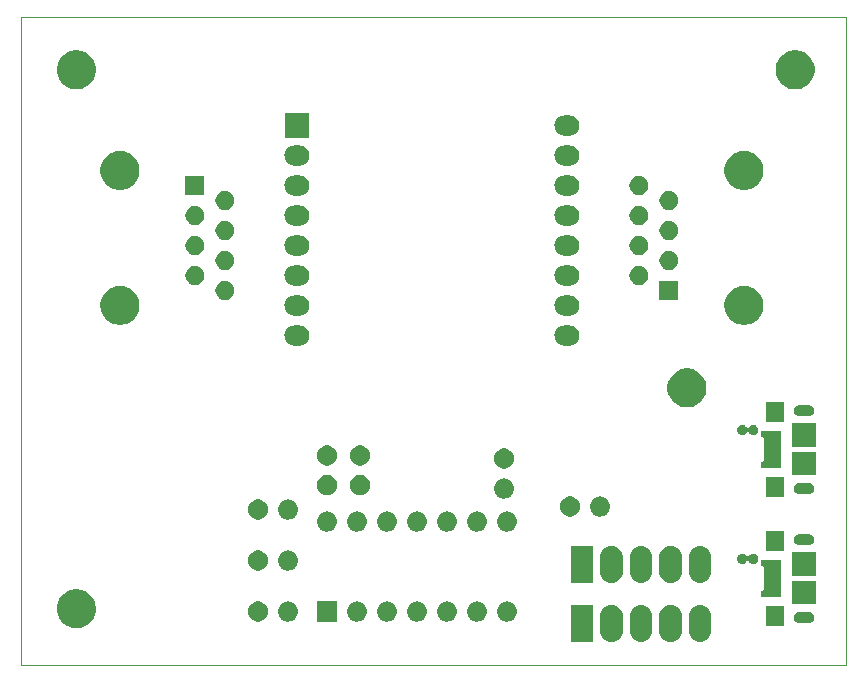
<source format=gbr>
%TF.GenerationSoftware,KiCad,Pcbnew,(5.1.4-0-10_14)*%
%TF.CreationDate,2019-12-20T01:32:49-08:00*%
%TF.ProjectId,DeskPCB,4465736b-5043-4422-9e6b-696361645f70,rev?*%
%TF.SameCoordinates,Original*%
%TF.FileFunction,Soldermask,Top*%
%TF.FilePolarity,Negative*%
%FSLAX46Y46*%
G04 Gerber Fmt 4.6, Leading zero omitted, Abs format (unit mm)*
G04 Created by KiCad (PCBNEW (5.1.4-0-10_14)) date 2019-12-20 01:32:49*
%MOMM*%
%LPD*%
G04 APERTURE LIST*
%ADD10C,0.050000*%
%ADD11C,0.150000*%
G04 APERTURE END LIST*
D10*
X108712000Y-92456000D02*
X38862000Y-92456000D01*
X38862000Y-92456000D02*
X38862000Y-37528500D01*
X108712000Y-37528500D02*
X108712000Y-92456000D01*
X38862000Y-37528500D02*
X108712000Y-37528500D01*
D11*
G36*
X89046424Y-87362760D02*
G01*
X89046427Y-87362761D01*
X89046428Y-87362761D01*
X89225692Y-87417140D01*
X89225695Y-87417142D01*
X89225696Y-87417142D01*
X89390903Y-87505446D01*
X89535712Y-87624288D01*
X89654554Y-87769097D01*
X89722518Y-87896250D01*
X89742860Y-87934307D01*
X89797239Y-88113571D01*
X89797240Y-88113575D01*
X89811000Y-88253282D01*
X89811000Y-89546718D01*
X89797240Y-89686425D01*
X89797239Y-89686428D01*
X89797239Y-89686429D01*
X89742860Y-89865693D01*
X89742858Y-89865696D01*
X89742858Y-89865697D01*
X89654554Y-90030903D01*
X89535712Y-90175712D01*
X89390903Y-90294554D01*
X89225697Y-90382858D01*
X89225693Y-90382860D01*
X89046429Y-90437239D01*
X89046428Y-90437239D01*
X89046425Y-90437240D01*
X88860000Y-90455601D01*
X88673576Y-90437240D01*
X88673573Y-90437239D01*
X88673572Y-90437239D01*
X88494308Y-90382860D01*
X88494304Y-90382858D01*
X88329098Y-90294554D01*
X88184289Y-90175712D01*
X88065447Y-90030903D01*
X87977140Y-89865692D01*
X87922760Y-89686430D01*
X87909000Y-89546718D01*
X87909000Y-88253283D01*
X87922760Y-88113576D01*
X87922761Y-88113572D01*
X87977140Y-87934308D01*
X87997483Y-87896249D01*
X88065446Y-87769097D01*
X88184288Y-87624288D01*
X88329097Y-87505446D01*
X88494303Y-87417142D01*
X88494304Y-87417142D01*
X88494307Y-87417140D01*
X88673571Y-87362761D01*
X88673572Y-87362761D01*
X88673575Y-87362760D01*
X88860000Y-87344399D01*
X89046424Y-87362760D01*
X89046424Y-87362760D01*
G37*
G36*
X91546424Y-87362760D02*
G01*
X91546427Y-87362761D01*
X91546428Y-87362761D01*
X91725692Y-87417140D01*
X91725695Y-87417142D01*
X91725696Y-87417142D01*
X91890903Y-87505446D01*
X92035712Y-87624288D01*
X92154554Y-87769097D01*
X92222518Y-87896250D01*
X92242860Y-87934307D01*
X92297239Y-88113571D01*
X92297240Y-88113575D01*
X92311000Y-88253282D01*
X92311000Y-89546718D01*
X92297240Y-89686425D01*
X92297239Y-89686428D01*
X92297239Y-89686429D01*
X92242860Y-89865693D01*
X92242858Y-89865696D01*
X92242858Y-89865697D01*
X92154554Y-90030903D01*
X92035712Y-90175712D01*
X91890903Y-90294554D01*
X91725697Y-90382858D01*
X91725693Y-90382860D01*
X91546429Y-90437239D01*
X91546428Y-90437239D01*
X91546425Y-90437240D01*
X91360000Y-90455601D01*
X91173576Y-90437240D01*
X91173573Y-90437239D01*
X91173572Y-90437239D01*
X90994308Y-90382860D01*
X90994304Y-90382858D01*
X90829098Y-90294554D01*
X90684289Y-90175712D01*
X90565447Y-90030903D01*
X90477140Y-89865692D01*
X90422760Y-89686430D01*
X90409000Y-89546718D01*
X90409000Y-88253283D01*
X90422760Y-88113576D01*
X90422761Y-88113572D01*
X90477140Y-87934308D01*
X90497483Y-87896249D01*
X90565446Y-87769097D01*
X90684288Y-87624288D01*
X90829097Y-87505446D01*
X90994303Y-87417142D01*
X90994304Y-87417142D01*
X90994307Y-87417140D01*
X91173571Y-87362761D01*
X91173572Y-87362761D01*
X91173575Y-87362760D01*
X91360000Y-87344399D01*
X91546424Y-87362760D01*
X91546424Y-87362760D01*
G37*
G36*
X94046424Y-87362760D02*
G01*
X94046427Y-87362761D01*
X94046428Y-87362761D01*
X94225692Y-87417140D01*
X94225695Y-87417142D01*
X94225696Y-87417142D01*
X94390903Y-87505446D01*
X94535712Y-87624288D01*
X94654554Y-87769097D01*
X94722518Y-87896250D01*
X94742860Y-87934307D01*
X94797239Y-88113571D01*
X94797240Y-88113575D01*
X94811000Y-88253282D01*
X94811000Y-89546718D01*
X94797240Y-89686425D01*
X94797239Y-89686428D01*
X94797239Y-89686429D01*
X94742860Y-89865693D01*
X94742858Y-89865696D01*
X94742858Y-89865697D01*
X94654554Y-90030903D01*
X94535712Y-90175712D01*
X94390903Y-90294554D01*
X94225697Y-90382858D01*
X94225693Y-90382860D01*
X94046429Y-90437239D01*
X94046428Y-90437239D01*
X94046425Y-90437240D01*
X93860000Y-90455601D01*
X93673576Y-90437240D01*
X93673573Y-90437239D01*
X93673572Y-90437239D01*
X93494308Y-90382860D01*
X93494304Y-90382858D01*
X93329098Y-90294554D01*
X93184289Y-90175712D01*
X93065447Y-90030903D01*
X92977140Y-89865692D01*
X92922760Y-89686430D01*
X92909000Y-89546718D01*
X92909000Y-88253283D01*
X92922760Y-88113576D01*
X92922761Y-88113572D01*
X92977140Y-87934308D01*
X92997483Y-87896249D01*
X93065446Y-87769097D01*
X93184288Y-87624288D01*
X93329097Y-87505446D01*
X93494303Y-87417142D01*
X93494304Y-87417142D01*
X93494307Y-87417140D01*
X93673571Y-87362761D01*
X93673572Y-87362761D01*
X93673575Y-87362760D01*
X93860000Y-87344399D01*
X94046424Y-87362760D01*
X94046424Y-87362760D01*
G37*
G36*
X96546424Y-87362760D02*
G01*
X96546427Y-87362761D01*
X96546428Y-87362761D01*
X96725692Y-87417140D01*
X96725695Y-87417142D01*
X96725696Y-87417142D01*
X96890903Y-87505446D01*
X97035712Y-87624288D01*
X97154554Y-87769097D01*
X97222518Y-87896250D01*
X97242860Y-87934307D01*
X97297239Y-88113571D01*
X97297240Y-88113575D01*
X97311000Y-88253282D01*
X97311000Y-89546718D01*
X97297240Y-89686425D01*
X97297239Y-89686428D01*
X97297239Y-89686429D01*
X97242860Y-89865693D01*
X97242858Y-89865696D01*
X97242858Y-89865697D01*
X97154554Y-90030903D01*
X97035712Y-90175712D01*
X96890903Y-90294554D01*
X96725697Y-90382858D01*
X96725693Y-90382860D01*
X96546429Y-90437239D01*
X96546428Y-90437239D01*
X96546425Y-90437240D01*
X96360000Y-90455601D01*
X96173576Y-90437240D01*
X96173573Y-90437239D01*
X96173572Y-90437239D01*
X95994308Y-90382860D01*
X95994304Y-90382858D01*
X95829098Y-90294554D01*
X95684289Y-90175712D01*
X95565447Y-90030903D01*
X95477140Y-89865692D01*
X95422760Y-89686430D01*
X95409000Y-89546718D01*
X95409000Y-88253283D01*
X95422760Y-88113576D01*
X95422761Y-88113572D01*
X95477140Y-87934308D01*
X95497483Y-87896249D01*
X95565446Y-87769097D01*
X95684288Y-87624288D01*
X95829097Y-87505446D01*
X95994303Y-87417142D01*
X95994304Y-87417142D01*
X95994307Y-87417140D01*
X96173571Y-87362761D01*
X96173572Y-87362761D01*
X96173575Y-87362760D01*
X96360000Y-87344399D01*
X96546424Y-87362760D01*
X96546424Y-87362760D01*
G37*
G36*
X87311000Y-90451000D02*
G01*
X85409000Y-90451000D01*
X85409000Y-87349000D01*
X87311000Y-87349000D01*
X87311000Y-90451000D01*
X87311000Y-90451000D01*
G37*
G36*
X43920256Y-86037298D02*
G01*
X44026579Y-86058447D01*
X44327042Y-86182903D01*
X44597451Y-86363585D01*
X44827415Y-86593549D01*
X45008097Y-86863958D01*
X45132553Y-87164421D01*
X45144202Y-87222985D01*
X45196000Y-87483389D01*
X45196000Y-87808611D01*
X45178567Y-87896250D01*
X45132553Y-88127579D01*
X45008097Y-88428042D01*
X44827415Y-88698451D01*
X44597451Y-88928415D01*
X44327042Y-89109097D01*
X44026579Y-89233553D01*
X43920256Y-89254702D01*
X43707611Y-89297000D01*
X43382389Y-89297000D01*
X43169744Y-89254702D01*
X43063421Y-89233553D01*
X42762958Y-89109097D01*
X42492549Y-88928415D01*
X42262585Y-88698451D01*
X42081903Y-88428042D01*
X41957447Y-88127579D01*
X41911433Y-87896250D01*
X41894000Y-87808611D01*
X41894000Y-87483389D01*
X41945798Y-87222985D01*
X41957447Y-87164421D01*
X42081903Y-86863958D01*
X42262585Y-86593549D01*
X42492549Y-86363585D01*
X42762958Y-86182903D01*
X43063421Y-86058447D01*
X43169744Y-86037298D01*
X43382389Y-85995000D01*
X43707611Y-85995000D01*
X43920256Y-86037298D01*
X43920256Y-86037298D01*
G37*
G36*
X103457000Y-89141000D02*
G01*
X101955000Y-89141000D01*
X101955000Y-87439000D01*
X103457000Y-87439000D01*
X103457000Y-89141000D01*
X103457000Y-89141000D01*
G37*
G36*
X105604213Y-87896249D02*
G01*
X105698652Y-87924897D01*
X105785687Y-87971418D01*
X105861975Y-88034025D01*
X105924582Y-88110313D01*
X105971103Y-88197348D01*
X105999751Y-88291787D01*
X106009424Y-88390000D01*
X105999751Y-88488213D01*
X105971103Y-88582652D01*
X105924582Y-88669687D01*
X105861975Y-88745975D01*
X105785687Y-88808582D01*
X105698652Y-88855103D01*
X105604213Y-88883751D01*
X105530612Y-88891000D01*
X104781388Y-88891000D01*
X104707787Y-88883751D01*
X104613348Y-88855103D01*
X104526313Y-88808582D01*
X104450025Y-88745975D01*
X104387418Y-88669687D01*
X104340897Y-88582652D01*
X104312249Y-88488213D01*
X104302576Y-88390000D01*
X104312249Y-88291787D01*
X104340897Y-88197348D01*
X104387418Y-88110313D01*
X104450025Y-88034025D01*
X104526313Y-87971418D01*
X104613348Y-87924897D01*
X104707787Y-87896249D01*
X104781388Y-87889000D01*
X105530612Y-87889000D01*
X105604213Y-87896249D01*
X105604213Y-87896249D01*
G37*
G36*
X59176228Y-87065703D02*
G01*
X59331100Y-87129853D01*
X59470481Y-87222985D01*
X59589015Y-87341519D01*
X59682147Y-87480900D01*
X59746297Y-87635772D01*
X59779000Y-87800184D01*
X59779000Y-87967816D01*
X59746297Y-88132228D01*
X59682147Y-88287100D01*
X59589015Y-88426481D01*
X59470481Y-88545015D01*
X59331100Y-88638147D01*
X59176228Y-88702297D01*
X59011816Y-88735000D01*
X58844184Y-88735000D01*
X58679772Y-88702297D01*
X58524900Y-88638147D01*
X58385519Y-88545015D01*
X58266985Y-88426481D01*
X58173853Y-88287100D01*
X58109703Y-88132228D01*
X58077000Y-87967816D01*
X58077000Y-87800184D01*
X58109703Y-87635772D01*
X58173853Y-87480900D01*
X58266985Y-87341519D01*
X58385519Y-87222985D01*
X58524900Y-87129853D01*
X58679772Y-87065703D01*
X58844184Y-87033000D01*
X59011816Y-87033000D01*
X59176228Y-87065703D01*
X59176228Y-87065703D01*
G37*
G36*
X75096823Y-87045313D02*
G01*
X75257242Y-87093976D01*
X75324361Y-87129852D01*
X75405078Y-87172996D01*
X75534659Y-87279341D01*
X75641004Y-87408922D01*
X75641005Y-87408924D01*
X75720024Y-87556758D01*
X75768687Y-87717177D01*
X75785117Y-87884000D01*
X75768687Y-88050823D01*
X75720024Y-88211242D01*
X75649114Y-88343906D01*
X75641004Y-88359078D01*
X75534659Y-88488659D01*
X75405078Y-88595004D01*
X75405076Y-88595005D01*
X75257242Y-88674024D01*
X75096823Y-88722687D01*
X74971804Y-88735000D01*
X74888196Y-88735000D01*
X74763177Y-88722687D01*
X74602758Y-88674024D01*
X74454924Y-88595005D01*
X74454922Y-88595004D01*
X74325341Y-88488659D01*
X74218996Y-88359078D01*
X74210886Y-88343906D01*
X74139976Y-88211242D01*
X74091313Y-88050823D01*
X74074883Y-87884000D01*
X74091313Y-87717177D01*
X74139976Y-87556758D01*
X74218995Y-87408924D01*
X74218996Y-87408922D01*
X74325341Y-87279341D01*
X74454922Y-87172996D01*
X74535639Y-87129852D01*
X74602758Y-87093976D01*
X74763177Y-87045313D01*
X74888196Y-87033000D01*
X74971804Y-87033000D01*
X75096823Y-87045313D01*
X75096823Y-87045313D01*
G37*
G36*
X80176823Y-87045313D02*
G01*
X80337242Y-87093976D01*
X80404361Y-87129852D01*
X80485078Y-87172996D01*
X80614659Y-87279341D01*
X80721004Y-87408922D01*
X80721005Y-87408924D01*
X80800024Y-87556758D01*
X80848687Y-87717177D01*
X80865117Y-87884000D01*
X80848687Y-88050823D01*
X80800024Y-88211242D01*
X80729114Y-88343906D01*
X80721004Y-88359078D01*
X80614659Y-88488659D01*
X80485078Y-88595004D01*
X80485076Y-88595005D01*
X80337242Y-88674024D01*
X80176823Y-88722687D01*
X80051804Y-88735000D01*
X79968196Y-88735000D01*
X79843177Y-88722687D01*
X79682758Y-88674024D01*
X79534924Y-88595005D01*
X79534922Y-88595004D01*
X79405341Y-88488659D01*
X79298996Y-88359078D01*
X79290886Y-88343906D01*
X79219976Y-88211242D01*
X79171313Y-88050823D01*
X79154883Y-87884000D01*
X79171313Y-87717177D01*
X79219976Y-87556758D01*
X79298995Y-87408924D01*
X79298996Y-87408922D01*
X79405341Y-87279341D01*
X79534922Y-87172996D01*
X79615639Y-87129852D01*
X79682758Y-87093976D01*
X79843177Y-87045313D01*
X79968196Y-87033000D01*
X80051804Y-87033000D01*
X80176823Y-87045313D01*
X80176823Y-87045313D01*
G37*
G36*
X77636823Y-87045313D02*
G01*
X77797242Y-87093976D01*
X77864361Y-87129852D01*
X77945078Y-87172996D01*
X78074659Y-87279341D01*
X78181004Y-87408922D01*
X78181005Y-87408924D01*
X78260024Y-87556758D01*
X78308687Y-87717177D01*
X78325117Y-87884000D01*
X78308687Y-88050823D01*
X78260024Y-88211242D01*
X78189114Y-88343906D01*
X78181004Y-88359078D01*
X78074659Y-88488659D01*
X77945078Y-88595004D01*
X77945076Y-88595005D01*
X77797242Y-88674024D01*
X77636823Y-88722687D01*
X77511804Y-88735000D01*
X77428196Y-88735000D01*
X77303177Y-88722687D01*
X77142758Y-88674024D01*
X76994924Y-88595005D01*
X76994922Y-88595004D01*
X76865341Y-88488659D01*
X76758996Y-88359078D01*
X76750886Y-88343906D01*
X76679976Y-88211242D01*
X76631313Y-88050823D01*
X76614883Y-87884000D01*
X76631313Y-87717177D01*
X76679976Y-87556758D01*
X76758995Y-87408924D01*
X76758996Y-87408922D01*
X76865341Y-87279341D01*
X76994922Y-87172996D01*
X77075639Y-87129852D01*
X77142758Y-87093976D01*
X77303177Y-87045313D01*
X77428196Y-87033000D01*
X77511804Y-87033000D01*
X77636823Y-87045313D01*
X77636823Y-87045313D01*
G37*
G36*
X72556823Y-87045313D02*
G01*
X72717242Y-87093976D01*
X72784361Y-87129852D01*
X72865078Y-87172996D01*
X72994659Y-87279341D01*
X73101004Y-87408922D01*
X73101005Y-87408924D01*
X73180024Y-87556758D01*
X73228687Y-87717177D01*
X73245117Y-87884000D01*
X73228687Y-88050823D01*
X73180024Y-88211242D01*
X73109114Y-88343906D01*
X73101004Y-88359078D01*
X72994659Y-88488659D01*
X72865078Y-88595004D01*
X72865076Y-88595005D01*
X72717242Y-88674024D01*
X72556823Y-88722687D01*
X72431804Y-88735000D01*
X72348196Y-88735000D01*
X72223177Y-88722687D01*
X72062758Y-88674024D01*
X71914924Y-88595005D01*
X71914922Y-88595004D01*
X71785341Y-88488659D01*
X71678996Y-88359078D01*
X71670886Y-88343906D01*
X71599976Y-88211242D01*
X71551313Y-88050823D01*
X71534883Y-87884000D01*
X71551313Y-87717177D01*
X71599976Y-87556758D01*
X71678995Y-87408924D01*
X71678996Y-87408922D01*
X71785341Y-87279341D01*
X71914922Y-87172996D01*
X71995639Y-87129852D01*
X72062758Y-87093976D01*
X72223177Y-87045313D01*
X72348196Y-87033000D01*
X72431804Y-87033000D01*
X72556823Y-87045313D01*
X72556823Y-87045313D01*
G37*
G36*
X70016823Y-87045313D02*
G01*
X70177242Y-87093976D01*
X70244361Y-87129852D01*
X70325078Y-87172996D01*
X70454659Y-87279341D01*
X70561004Y-87408922D01*
X70561005Y-87408924D01*
X70640024Y-87556758D01*
X70688687Y-87717177D01*
X70705117Y-87884000D01*
X70688687Y-88050823D01*
X70640024Y-88211242D01*
X70569114Y-88343906D01*
X70561004Y-88359078D01*
X70454659Y-88488659D01*
X70325078Y-88595004D01*
X70325076Y-88595005D01*
X70177242Y-88674024D01*
X70016823Y-88722687D01*
X69891804Y-88735000D01*
X69808196Y-88735000D01*
X69683177Y-88722687D01*
X69522758Y-88674024D01*
X69374924Y-88595005D01*
X69374922Y-88595004D01*
X69245341Y-88488659D01*
X69138996Y-88359078D01*
X69130886Y-88343906D01*
X69059976Y-88211242D01*
X69011313Y-88050823D01*
X68994883Y-87884000D01*
X69011313Y-87717177D01*
X69059976Y-87556758D01*
X69138995Y-87408924D01*
X69138996Y-87408922D01*
X69245341Y-87279341D01*
X69374922Y-87172996D01*
X69455639Y-87129852D01*
X69522758Y-87093976D01*
X69683177Y-87045313D01*
X69808196Y-87033000D01*
X69891804Y-87033000D01*
X70016823Y-87045313D01*
X70016823Y-87045313D01*
G37*
G36*
X67476823Y-87045313D02*
G01*
X67637242Y-87093976D01*
X67704361Y-87129852D01*
X67785078Y-87172996D01*
X67914659Y-87279341D01*
X68021004Y-87408922D01*
X68021005Y-87408924D01*
X68100024Y-87556758D01*
X68148687Y-87717177D01*
X68165117Y-87884000D01*
X68148687Y-88050823D01*
X68100024Y-88211242D01*
X68029114Y-88343906D01*
X68021004Y-88359078D01*
X67914659Y-88488659D01*
X67785078Y-88595004D01*
X67785076Y-88595005D01*
X67637242Y-88674024D01*
X67476823Y-88722687D01*
X67351804Y-88735000D01*
X67268196Y-88735000D01*
X67143177Y-88722687D01*
X66982758Y-88674024D01*
X66834924Y-88595005D01*
X66834922Y-88595004D01*
X66705341Y-88488659D01*
X66598996Y-88359078D01*
X66590886Y-88343906D01*
X66519976Y-88211242D01*
X66471313Y-88050823D01*
X66454883Y-87884000D01*
X66471313Y-87717177D01*
X66519976Y-87556758D01*
X66598995Y-87408924D01*
X66598996Y-87408922D01*
X66705341Y-87279341D01*
X66834922Y-87172996D01*
X66915639Y-87129852D01*
X66982758Y-87093976D01*
X67143177Y-87045313D01*
X67268196Y-87033000D01*
X67351804Y-87033000D01*
X67476823Y-87045313D01*
X67476823Y-87045313D01*
G37*
G36*
X65621000Y-88735000D02*
G01*
X63919000Y-88735000D01*
X63919000Y-87033000D01*
X65621000Y-87033000D01*
X65621000Y-88735000D01*
X65621000Y-88735000D01*
G37*
G36*
X61634823Y-87045313D02*
G01*
X61795242Y-87093976D01*
X61862361Y-87129852D01*
X61943078Y-87172996D01*
X62072659Y-87279341D01*
X62179004Y-87408922D01*
X62179005Y-87408924D01*
X62258024Y-87556758D01*
X62306687Y-87717177D01*
X62323117Y-87884000D01*
X62306687Y-88050823D01*
X62258024Y-88211242D01*
X62187114Y-88343906D01*
X62179004Y-88359078D01*
X62072659Y-88488659D01*
X61943078Y-88595004D01*
X61943076Y-88595005D01*
X61795242Y-88674024D01*
X61634823Y-88722687D01*
X61509804Y-88735000D01*
X61426196Y-88735000D01*
X61301177Y-88722687D01*
X61140758Y-88674024D01*
X60992924Y-88595005D01*
X60992922Y-88595004D01*
X60863341Y-88488659D01*
X60756996Y-88359078D01*
X60748886Y-88343906D01*
X60677976Y-88211242D01*
X60629313Y-88050823D01*
X60612883Y-87884000D01*
X60629313Y-87717177D01*
X60677976Y-87556758D01*
X60756995Y-87408924D01*
X60756996Y-87408922D01*
X60863341Y-87279341D01*
X60992922Y-87172996D01*
X61073639Y-87129852D01*
X61140758Y-87093976D01*
X61301177Y-87045313D01*
X61426196Y-87033000D01*
X61509804Y-87033000D01*
X61634823Y-87045313D01*
X61634823Y-87045313D01*
G37*
G36*
X106157000Y-87291000D02*
G01*
X104155000Y-87291000D01*
X104155000Y-85289000D01*
X106157000Y-85289000D01*
X106157000Y-87291000D01*
X106157000Y-87291000D01*
G37*
G36*
X103207000Y-86641000D02*
G01*
X101555000Y-86641000D01*
X101555000Y-86139000D01*
X101630001Y-86139000D01*
X101654387Y-86136598D01*
X101677836Y-86129485D01*
X101699447Y-86117934D01*
X101718389Y-86102389D01*
X101733934Y-86083447D01*
X101745485Y-86061836D01*
X101752598Y-86038387D01*
X101755000Y-86014001D01*
X101755000Y-84165999D01*
X101752598Y-84141613D01*
X101745485Y-84118164D01*
X101733934Y-84096553D01*
X101718389Y-84077611D01*
X101699447Y-84062066D01*
X101677836Y-84050515D01*
X101654387Y-84043402D01*
X101630001Y-84041000D01*
X101555000Y-84041000D01*
X101555000Y-83539000D01*
X103207000Y-83539000D01*
X103207000Y-86641000D01*
X103207000Y-86641000D01*
G37*
G36*
X91546424Y-82362760D02*
G01*
X91546427Y-82362761D01*
X91546428Y-82362761D01*
X91725692Y-82417140D01*
X91725695Y-82417142D01*
X91725696Y-82417142D01*
X91890903Y-82505446D01*
X92035712Y-82624288D01*
X92154554Y-82769097D01*
X92218643Y-82889000D01*
X92242860Y-82934307D01*
X92290369Y-83090924D01*
X92297240Y-83113575D01*
X92311000Y-83253282D01*
X92311000Y-84546718D01*
X92297240Y-84686425D01*
X92297239Y-84686428D01*
X92297239Y-84686429D01*
X92242860Y-84865693D01*
X92242858Y-84865696D01*
X92242858Y-84865697D01*
X92154554Y-85030903D01*
X92035712Y-85175712D01*
X91890903Y-85294554D01*
X91725697Y-85382858D01*
X91725693Y-85382860D01*
X91546429Y-85437239D01*
X91546428Y-85437239D01*
X91546425Y-85437240D01*
X91360000Y-85455601D01*
X91173576Y-85437240D01*
X91173573Y-85437239D01*
X91173572Y-85437239D01*
X90994308Y-85382860D01*
X90994304Y-85382858D01*
X90829098Y-85294554D01*
X90684289Y-85175712D01*
X90565447Y-85030903D01*
X90477140Y-84865692D01*
X90422760Y-84686430D01*
X90409000Y-84546718D01*
X90409000Y-83253283D01*
X90422760Y-83113576D01*
X90422761Y-83113572D01*
X90477140Y-82934308D01*
X90492813Y-82904985D01*
X90565446Y-82769097D01*
X90684288Y-82624288D01*
X90829097Y-82505446D01*
X90994303Y-82417142D01*
X90994304Y-82417142D01*
X90994307Y-82417140D01*
X91173571Y-82362761D01*
X91173572Y-82362761D01*
X91173575Y-82362760D01*
X91360000Y-82344399D01*
X91546424Y-82362760D01*
X91546424Y-82362760D01*
G37*
G36*
X89046424Y-82362760D02*
G01*
X89046427Y-82362761D01*
X89046428Y-82362761D01*
X89225692Y-82417140D01*
X89225695Y-82417142D01*
X89225696Y-82417142D01*
X89390903Y-82505446D01*
X89535712Y-82624288D01*
X89654554Y-82769097D01*
X89718643Y-82889000D01*
X89742860Y-82934307D01*
X89790369Y-83090924D01*
X89797240Y-83113575D01*
X89811000Y-83253282D01*
X89811000Y-84546718D01*
X89797240Y-84686425D01*
X89797239Y-84686428D01*
X89797239Y-84686429D01*
X89742860Y-84865693D01*
X89742858Y-84865696D01*
X89742858Y-84865697D01*
X89654554Y-85030903D01*
X89535712Y-85175712D01*
X89390903Y-85294554D01*
X89225697Y-85382858D01*
X89225693Y-85382860D01*
X89046429Y-85437239D01*
X89046428Y-85437239D01*
X89046425Y-85437240D01*
X88860000Y-85455601D01*
X88673576Y-85437240D01*
X88673573Y-85437239D01*
X88673572Y-85437239D01*
X88494308Y-85382860D01*
X88494304Y-85382858D01*
X88329098Y-85294554D01*
X88184289Y-85175712D01*
X88065447Y-85030903D01*
X87977140Y-84865692D01*
X87922760Y-84686430D01*
X87909000Y-84546718D01*
X87909000Y-83253283D01*
X87922760Y-83113576D01*
X87922761Y-83113572D01*
X87977140Y-82934308D01*
X87992813Y-82904985D01*
X88065446Y-82769097D01*
X88184288Y-82624288D01*
X88329097Y-82505446D01*
X88494303Y-82417142D01*
X88494304Y-82417142D01*
X88494307Y-82417140D01*
X88673571Y-82362761D01*
X88673572Y-82362761D01*
X88673575Y-82362760D01*
X88860000Y-82344399D01*
X89046424Y-82362760D01*
X89046424Y-82362760D01*
G37*
G36*
X94046424Y-82362760D02*
G01*
X94046427Y-82362761D01*
X94046428Y-82362761D01*
X94225692Y-82417140D01*
X94225695Y-82417142D01*
X94225696Y-82417142D01*
X94390903Y-82505446D01*
X94535712Y-82624288D01*
X94654554Y-82769097D01*
X94718643Y-82889000D01*
X94742860Y-82934307D01*
X94790369Y-83090924D01*
X94797240Y-83113575D01*
X94811000Y-83253282D01*
X94811000Y-84546718D01*
X94797240Y-84686425D01*
X94797239Y-84686428D01*
X94797239Y-84686429D01*
X94742860Y-84865693D01*
X94742858Y-84865696D01*
X94742858Y-84865697D01*
X94654554Y-85030903D01*
X94535712Y-85175712D01*
X94390903Y-85294554D01*
X94225697Y-85382858D01*
X94225693Y-85382860D01*
X94046429Y-85437239D01*
X94046428Y-85437239D01*
X94046425Y-85437240D01*
X93860000Y-85455601D01*
X93673576Y-85437240D01*
X93673573Y-85437239D01*
X93673572Y-85437239D01*
X93494308Y-85382860D01*
X93494304Y-85382858D01*
X93329098Y-85294554D01*
X93184289Y-85175712D01*
X93065447Y-85030903D01*
X92977140Y-84865692D01*
X92922760Y-84686430D01*
X92909000Y-84546718D01*
X92909000Y-83253283D01*
X92922760Y-83113576D01*
X92922761Y-83113572D01*
X92977140Y-82934308D01*
X92992813Y-82904985D01*
X93065446Y-82769097D01*
X93184288Y-82624288D01*
X93329097Y-82505446D01*
X93494303Y-82417142D01*
X93494304Y-82417142D01*
X93494307Y-82417140D01*
X93673571Y-82362761D01*
X93673572Y-82362761D01*
X93673575Y-82362760D01*
X93860000Y-82344399D01*
X94046424Y-82362760D01*
X94046424Y-82362760D01*
G37*
G36*
X96546424Y-82362760D02*
G01*
X96546427Y-82362761D01*
X96546428Y-82362761D01*
X96725692Y-82417140D01*
X96725695Y-82417142D01*
X96725696Y-82417142D01*
X96890903Y-82505446D01*
X97035712Y-82624288D01*
X97154554Y-82769097D01*
X97218643Y-82889000D01*
X97242860Y-82934307D01*
X97290369Y-83090924D01*
X97297240Y-83113575D01*
X97311000Y-83253282D01*
X97311000Y-84546718D01*
X97297240Y-84686425D01*
X97297239Y-84686428D01*
X97297239Y-84686429D01*
X97242860Y-84865693D01*
X97242858Y-84865696D01*
X97242858Y-84865697D01*
X97154554Y-85030903D01*
X97035712Y-85175712D01*
X96890903Y-85294554D01*
X96725697Y-85382858D01*
X96725693Y-85382860D01*
X96546429Y-85437239D01*
X96546428Y-85437239D01*
X96546425Y-85437240D01*
X96360000Y-85455601D01*
X96173576Y-85437240D01*
X96173573Y-85437239D01*
X96173572Y-85437239D01*
X95994308Y-85382860D01*
X95994304Y-85382858D01*
X95829098Y-85294554D01*
X95684289Y-85175712D01*
X95565447Y-85030903D01*
X95477140Y-84865692D01*
X95422760Y-84686430D01*
X95409000Y-84546718D01*
X95409000Y-83253283D01*
X95422760Y-83113576D01*
X95422761Y-83113572D01*
X95477140Y-82934308D01*
X95492813Y-82904985D01*
X95565446Y-82769097D01*
X95684288Y-82624288D01*
X95829097Y-82505446D01*
X95994303Y-82417142D01*
X95994304Y-82417142D01*
X95994307Y-82417140D01*
X96173571Y-82362761D01*
X96173572Y-82362761D01*
X96173575Y-82362760D01*
X96360000Y-82344399D01*
X96546424Y-82362760D01*
X96546424Y-82362760D01*
G37*
G36*
X87311000Y-85451000D02*
G01*
X85409000Y-85451000D01*
X85409000Y-82349000D01*
X87311000Y-82349000D01*
X87311000Y-85451000D01*
X87311000Y-85451000D01*
G37*
G36*
X106157000Y-84891000D02*
G01*
X104155000Y-84891000D01*
X104155000Y-82889000D01*
X106157000Y-82889000D01*
X106157000Y-84891000D01*
X106157000Y-84891000D01*
G37*
G36*
X59176228Y-82747703D02*
G01*
X59331100Y-82811853D01*
X59470481Y-82904985D01*
X59589015Y-83023519D01*
X59682147Y-83162900D01*
X59746297Y-83317772D01*
X59779000Y-83482184D01*
X59779000Y-83649816D01*
X59746297Y-83814228D01*
X59682147Y-83969100D01*
X59589015Y-84108481D01*
X59470481Y-84227015D01*
X59331100Y-84320147D01*
X59176228Y-84384297D01*
X59011816Y-84417000D01*
X58844184Y-84417000D01*
X58679772Y-84384297D01*
X58524900Y-84320147D01*
X58385519Y-84227015D01*
X58266985Y-84108481D01*
X58173853Y-83969100D01*
X58109703Y-83814228D01*
X58077000Y-83649816D01*
X58077000Y-83482184D01*
X58109703Y-83317772D01*
X58173853Y-83162900D01*
X58266985Y-83023519D01*
X58385519Y-82904985D01*
X58524900Y-82811853D01*
X58679772Y-82747703D01*
X58844184Y-82715000D01*
X59011816Y-82715000D01*
X59176228Y-82747703D01*
X59176228Y-82747703D01*
G37*
G36*
X61634823Y-82727313D02*
G01*
X61795242Y-82775976D01*
X61862361Y-82811852D01*
X61943078Y-82854996D01*
X62072659Y-82961341D01*
X62179004Y-83090922D01*
X62179005Y-83090924D01*
X62258024Y-83238758D01*
X62306687Y-83399177D01*
X62323117Y-83566000D01*
X62306687Y-83732823D01*
X62258024Y-83893242D01*
X62217477Y-83969100D01*
X62179004Y-84041078D01*
X62072659Y-84170659D01*
X61943078Y-84277004D01*
X61943076Y-84277005D01*
X61795242Y-84356024D01*
X61634823Y-84404687D01*
X61509804Y-84417000D01*
X61426196Y-84417000D01*
X61301177Y-84404687D01*
X61140758Y-84356024D01*
X60992924Y-84277005D01*
X60992922Y-84277004D01*
X60863341Y-84170659D01*
X60756996Y-84041078D01*
X60718523Y-83969100D01*
X60677976Y-83893242D01*
X60629313Y-83732823D01*
X60612883Y-83566000D01*
X60629313Y-83399177D01*
X60677976Y-83238758D01*
X60756995Y-83090924D01*
X60756996Y-83090922D01*
X60863341Y-82961341D01*
X60992922Y-82854996D01*
X61073639Y-82811852D01*
X61140758Y-82775976D01*
X61301177Y-82727313D01*
X61426196Y-82715000D01*
X61509804Y-82715000D01*
X61634823Y-82727313D01*
X61634823Y-82727313D01*
G37*
G36*
X100049609Y-82998201D02*
G01*
X100128227Y-83030766D01*
X100128229Y-83030767D01*
X100198984Y-83078044D01*
X100259156Y-83138216D01*
X100259157Y-83138218D01*
X100289567Y-83183730D01*
X100305112Y-83202672D01*
X100324054Y-83218217D01*
X100345665Y-83229768D01*
X100369114Y-83236881D01*
X100393500Y-83239283D01*
X100417886Y-83236881D01*
X100441335Y-83229768D01*
X100462946Y-83218217D01*
X100481888Y-83202672D01*
X100497433Y-83183730D01*
X100527843Y-83138218D01*
X100527844Y-83138216D01*
X100588016Y-83078044D01*
X100658771Y-83030767D01*
X100658773Y-83030766D01*
X100737391Y-82998201D01*
X100820850Y-82981600D01*
X100905950Y-82981600D01*
X100989409Y-82998201D01*
X101068027Y-83030766D01*
X101068029Y-83030767D01*
X101138784Y-83078044D01*
X101198956Y-83138216D01*
X101198957Y-83138218D01*
X101246234Y-83208973D01*
X101278799Y-83287591D01*
X101295400Y-83371050D01*
X101295400Y-83456150D01*
X101278799Y-83539609D01*
X101250063Y-83608983D01*
X101246233Y-83618229D01*
X101198956Y-83688984D01*
X101138784Y-83749156D01*
X101068029Y-83796433D01*
X101068028Y-83796434D01*
X101068027Y-83796434D01*
X100989409Y-83828999D01*
X100905950Y-83845600D01*
X100820850Y-83845600D01*
X100737391Y-83828999D01*
X100658773Y-83796434D01*
X100658772Y-83796434D01*
X100658771Y-83796433D01*
X100588016Y-83749156D01*
X100527844Y-83688984D01*
X100497430Y-83643467D01*
X100481888Y-83624528D01*
X100462946Y-83608983D01*
X100441335Y-83597432D01*
X100417886Y-83590319D01*
X100393500Y-83587917D01*
X100369114Y-83590319D01*
X100345665Y-83597432D01*
X100324054Y-83608983D01*
X100305112Y-83624528D01*
X100289570Y-83643467D01*
X100259156Y-83688984D01*
X100198984Y-83749156D01*
X100128229Y-83796433D01*
X100128228Y-83796434D01*
X100128227Y-83796434D01*
X100049609Y-83828999D01*
X99966150Y-83845600D01*
X99881050Y-83845600D01*
X99797591Y-83828999D01*
X99718973Y-83796434D01*
X99718972Y-83796434D01*
X99718971Y-83796433D01*
X99648216Y-83749156D01*
X99588044Y-83688984D01*
X99540767Y-83618229D01*
X99536937Y-83608983D01*
X99508201Y-83539609D01*
X99491600Y-83456150D01*
X99491600Y-83371050D01*
X99508201Y-83287591D01*
X99540766Y-83208973D01*
X99588043Y-83138218D01*
X99588044Y-83138216D01*
X99648216Y-83078044D01*
X99718971Y-83030767D01*
X99718973Y-83030766D01*
X99797591Y-82998201D01*
X99881050Y-82981600D01*
X99966150Y-82981600D01*
X100049609Y-82998201D01*
X100049609Y-82998201D01*
G37*
G36*
X103457000Y-82741000D02*
G01*
X101955000Y-82741000D01*
X101955000Y-81039000D01*
X103457000Y-81039000D01*
X103457000Y-82741000D01*
X103457000Y-82741000D01*
G37*
G36*
X105604213Y-81296249D02*
G01*
X105698652Y-81324897D01*
X105785687Y-81371418D01*
X105861975Y-81434025D01*
X105924582Y-81510313D01*
X105971103Y-81597348D01*
X105999751Y-81691787D01*
X106009424Y-81790000D01*
X105999751Y-81888213D01*
X105971103Y-81982652D01*
X105924582Y-82069687D01*
X105861975Y-82145975D01*
X105785687Y-82208582D01*
X105698652Y-82255103D01*
X105604213Y-82283751D01*
X105530612Y-82291000D01*
X104781388Y-82291000D01*
X104707787Y-82283751D01*
X104613348Y-82255103D01*
X104526313Y-82208582D01*
X104450025Y-82145975D01*
X104387418Y-82069687D01*
X104340897Y-81982652D01*
X104312249Y-81888213D01*
X104302576Y-81790000D01*
X104312249Y-81691787D01*
X104340897Y-81597348D01*
X104387418Y-81510313D01*
X104450025Y-81434025D01*
X104526313Y-81371418D01*
X104613348Y-81324897D01*
X104707787Y-81296249D01*
X104781388Y-81289000D01*
X105530612Y-81289000D01*
X105604213Y-81296249D01*
X105604213Y-81296249D01*
G37*
G36*
X80176823Y-79425313D02*
G01*
X80337242Y-79473976D01*
X80469906Y-79544886D01*
X80485078Y-79552996D01*
X80614659Y-79659341D01*
X80721004Y-79788922D01*
X80721005Y-79788924D01*
X80800024Y-79936758D01*
X80848687Y-80097177D01*
X80865117Y-80264000D01*
X80848687Y-80430823D01*
X80800024Y-80591242D01*
X80729114Y-80723906D01*
X80721004Y-80739078D01*
X80614659Y-80868659D01*
X80485078Y-80975004D01*
X80485076Y-80975005D01*
X80337242Y-81054024D01*
X80176823Y-81102687D01*
X80051804Y-81115000D01*
X79968196Y-81115000D01*
X79843177Y-81102687D01*
X79682758Y-81054024D01*
X79534924Y-80975005D01*
X79534922Y-80975004D01*
X79405341Y-80868659D01*
X79298996Y-80739078D01*
X79290886Y-80723906D01*
X79219976Y-80591242D01*
X79171313Y-80430823D01*
X79154883Y-80264000D01*
X79171313Y-80097177D01*
X79219976Y-79936758D01*
X79298995Y-79788924D01*
X79298996Y-79788922D01*
X79405341Y-79659341D01*
X79534922Y-79552996D01*
X79550094Y-79544886D01*
X79682758Y-79473976D01*
X79843177Y-79425313D01*
X79968196Y-79413000D01*
X80051804Y-79413000D01*
X80176823Y-79425313D01*
X80176823Y-79425313D01*
G37*
G36*
X77636823Y-79425313D02*
G01*
X77797242Y-79473976D01*
X77929906Y-79544886D01*
X77945078Y-79552996D01*
X78074659Y-79659341D01*
X78181004Y-79788922D01*
X78181005Y-79788924D01*
X78260024Y-79936758D01*
X78308687Y-80097177D01*
X78325117Y-80264000D01*
X78308687Y-80430823D01*
X78260024Y-80591242D01*
X78189114Y-80723906D01*
X78181004Y-80739078D01*
X78074659Y-80868659D01*
X77945078Y-80975004D01*
X77945076Y-80975005D01*
X77797242Y-81054024D01*
X77636823Y-81102687D01*
X77511804Y-81115000D01*
X77428196Y-81115000D01*
X77303177Y-81102687D01*
X77142758Y-81054024D01*
X76994924Y-80975005D01*
X76994922Y-80975004D01*
X76865341Y-80868659D01*
X76758996Y-80739078D01*
X76750886Y-80723906D01*
X76679976Y-80591242D01*
X76631313Y-80430823D01*
X76614883Y-80264000D01*
X76631313Y-80097177D01*
X76679976Y-79936758D01*
X76758995Y-79788924D01*
X76758996Y-79788922D01*
X76865341Y-79659341D01*
X76994922Y-79552996D01*
X77010094Y-79544886D01*
X77142758Y-79473976D01*
X77303177Y-79425313D01*
X77428196Y-79413000D01*
X77511804Y-79413000D01*
X77636823Y-79425313D01*
X77636823Y-79425313D01*
G37*
G36*
X75096823Y-79425313D02*
G01*
X75257242Y-79473976D01*
X75389906Y-79544886D01*
X75405078Y-79552996D01*
X75534659Y-79659341D01*
X75641004Y-79788922D01*
X75641005Y-79788924D01*
X75720024Y-79936758D01*
X75768687Y-80097177D01*
X75785117Y-80264000D01*
X75768687Y-80430823D01*
X75720024Y-80591242D01*
X75649114Y-80723906D01*
X75641004Y-80739078D01*
X75534659Y-80868659D01*
X75405078Y-80975004D01*
X75405076Y-80975005D01*
X75257242Y-81054024D01*
X75096823Y-81102687D01*
X74971804Y-81115000D01*
X74888196Y-81115000D01*
X74763177Y-81102687D01*
X74602758Y-81054024D01*
X74454924Y-80975005D01*
X74454922Y-80975004D01*
X74325341Y-80868659D01*
X74218996Y-80739078D01*
X74210886Y-80723906D01*
X74139976Y-80591242D01*
X74091313Y-80430823D01*
X74074883Y-80264000D01*
X74091313Y-80097177D01*
X74139976Y-79936758D01*
X74218995Y-79788924D01*
X74218996Y-79788922D01*
X74325341Y-79659341D01*
X74454922Y-79552996D01*
X74470094Y-79544886D01*
X74602758Y-79473976D01*
X74763177Y-79425313D01*
X74888196Y-79413000D01*
X74971804Y-79413000D01*
X75096823Y-79425313D01*
X75096823Y-79425313D01*
G37*
G36*
X72556823Y-79425313D02*
G01*
X72717242Y-79473976D01*
X72849906Y-79544886D01*
X72865078Y-79552996D01*
X72994659Y-79659341D01*
X73101004Y-79788922D01*
X73101005Y-79788924D01*
X73180024Y-79936758D01*
X73228687Y-80097177D01*
X73245117Y-80264000D01*
X73228687Y-80430823D01*
X73180024Y-80591242D01*
X73109114Y-80723906D01*
X73101004Y-80739078D01*
X72994659Y-80868659D01*
X72865078Y-80975004D01*
X72865076Y-80975005D01*
X72717242Y-81054024D01*
X72556823Y-81102687D01*
X72431804Y-81115000D01*
X72348196Y-81115000D01*
X72223177Y-81102687D01*
X72062758Y-81054024D01*
X71914924Y-80975005D01*
X71914922Y-80975004D01*
X71785341Y-80868659D01*
X71678996Y-80739078D01*
X71670886Y-80723906D01*
X71599976Y-80591242D01*
X71551313Y-80430823D01*
X71534883Y-80264000D01*
X71551313Y-80097177D01*
X71599976Y-79936758D01*
X71678995Y-79788924D01*
X71678996Y-79788922D01*
X71785341Y-79659341D01*
X71914922Y-79552996D01*
X71930094Y-79544886D01*
X72062758Y-79473976D01*
X72223177Y-79425313D01*
X72348196Y-79413000D01*
X72431804Y-79413000D01*
X72556823Y-79425313D01*
X72556823Y-79425313D01*
G37*
G36*
X70016823Y-79425313D02*
G01*
X70177242Y-79473976D01*
X70309906Y-79544886D01*
X70325078Y-79552996D01*
X70454659Y-79659341D01*
X70561004Y-79788922D01*
X70561005Y-79788924D01*
X70640024Y-79936758D01*
X70688687Y-80097177D01*
X70705117Y-80264000D01*
X70688687Y-80430823D01*
X70640024Y-80591242D01*
X70569114Y-80723906D01*
X70561004Y-80739078D01*
X70454659Y-80868659D01*
X70325078Y-80975004D01*
X70325076Y-80975005D01*
X70177242Y-81054024D01*
X70016823Y-81102687D01*
X69891804Y-81115000D01*
X69808196Y-81115000D01*
X69683177Y-81102687D01*
X69522758Y-81054024D01*
X69374924Y-80975005D01*
X69374922Y-80975004D01*
X69245341Y-80868659D01*
X69138996Y-80739078D01*
X69130886Y-80723906D01*
X69059976Y-80591242D01*
X69011313Y-80430823D01*
X68994883Y-80264000D01*
X69011313Y-80097177D01*
X69059976Y-79936758D01*
X69138995Y-79788924D01*
X69138996Y-79788922D01*
X69245341Y-79659341D01*
X69374922Y-79552996D01*
X69390094Y-79544886D01*
X69522758Y-79473976D01*
X69683177Y-79425313D01*
X69808196Y-79413000D01*
X69891804Y-79413000D01*
X70016823Y-79425313D01*
X70016823Y-79425313D01*
G37*
G36*
X67476823Y-79425313D02*
G01*
X67637242Y-79473976D01*
X67769906Y-79544886D01*
X67785078Y-79552996D01*
X67914659Y-79659341D01*
X68021004Y-79788922D01*
X68021005Y-79788924D01*
X68100024Y-79936758D01*
X68148687Y-80097177D01*
X68165117Y-80264000D01*
X68148687Y-80430823D01*
X68100024Y-80591242D01*
X68029114Y-80723906D01*
X68021004Y-80739078D01*
X67914659Y-80868659D01*
X67785078Y-80975004D01*
X67785076Y-80975005D01*
X67637242Y-81054024D01*
X67476823Y-81102687D01*
X67351804Y-81115000D01*
X67268196Y-81115000D01*
X67143177Y-81102687D01*
X66982758Y-81054024D01*
X66834924Y-80975005D01*
X66834922Y-80975004D01*
X66705341Y-80868659D01*
X66598996Y-80739078D01*
X66590886Y-80723906D01*
X66519976Y-80591242D01*
X66471313Y-80430823D01*
X66454883Y-80264000D01*
X66471313Y-80097177D01*
X66519976Y-79936758D01*
X66598995Y-79788924D01*
X66598996Y-79788922D01*
X66705341Y-79659341D01*
X66834922Y-79552996D01*
X66850094Y-79544886D01*
X66982758Y-79473976D01*
X67143177Y-79425313D01*
X67268196Y-79413000D01*
X67351804Y-79413000D01*
X67476823Y-79425313D01*
X67476823Y-79425313D01*
G37*
G36*
X64936823Y-79425313D02*
G01*
X65097242Y-79473976D01*
X65229906Y-79544886D01*
X65245078Y-79552996D01*
X65374659Y-79659341D01*
X65481004Y-79788922D01*
X65481005Y-79788924D01*
X65560024Y-79936758D01*
X65608687Y-80097177D01*
X65625117Y-80264000D01*
X65608687Y-80430823D01*
X65560024Y-80591242D01*
X65489114Y-80723906D01*
X65481004Y-80739078D01*
X65374659Y-80868659D01*
X65245078Y-80975004D01*
X65245076Y-80975005D01*
X65097242Y-81054024D01*
X64936823Y-81102687D01*
X64811804Y-81115000D01*
X64728196Y-81115000D01*
X64603177Y-81102687D01*
X64442758Y-81054024D01*
X64294924Y-80975005D01*
X64294922Y-80975004D01*
X64165341Y-80868659D01*
X64058996Y-80739078D01*
X64050886Y-80723906D01*
X63979976Y-80591242D01*
X63931313Y-80430823D01*
X63914883Y-80264000D01*
X63931313Y-80097177D01*
X63979976Y-79936758D01*
X64058995Y-79788924D01*
X64058996Y-79788922D01*
X64165341Y-79659341D01*
X64294922Y-79552996D01*
X64310094Y-79544886D01*
X64442758Y-79473976D01*
X64603177Y-79425313D01*
X64728196Y-79413000D01*
X64811804Y-79413000D01*
X64936823Y-79425313D01*
X64936823Y-79425313D01*
G37*
G36*
X61634823Y-78409313D02*
G01*
X61795242Y-78457976D01*
X61927906Y-78528886D01*
X61943078Y-78536996D01*
X62072659Y-78643341D01*
X62179004Y-78772922D01*
X62179005Y-78772924D01*
X62258024Y-78920758D01*
X62306687Y-79081177D01*
X62323117Y-79248000D01*
X62306687Y-79414823D01*
X62258024Y-79575242D01*
X62217477Y-79651100D01*
X62179004Y-79723078D01*
X62072659Y-79852659D01*
X61943078Y-79959004D01*
X61943076Y-79959005D01*
X61795242Y-80038024D01*
X61634823Y-80086687D01*
X61509804Y-80099000D01*
X61426196Y-80099000D01*
X61301177Y-80086687D01*
X61140758Y-80038024D01*
X60992924Y-79959005D01*
X60992922Y-79959004D01*
X60863341Y-79852659D01*
X60756996Y-79723078D01*
X60718523Y-79651100D01*
X60677976Y-79575242D01*
X60629313Y-79414823D01*
X60612883Y-79248000D01*
X60629313Y-79081177D01*
X60677976Y-78920758D01*
X60756995Y-78772924D01*
X60756996Y-78772922D01*
X60863341Y-78643341D01*
X60992922Y-78536996D01*
X61008094Y-78528886D01*
X61140758Y-78457976D01*
X61301177Y-78409313D01*
X61426196Y-78397000D01*
X61509804Y-78397000D01*
X61634823Y-78409313D01*
X61634823Y-78409313D01*
G37*
G36*
X59176228Y-78429703D02*
G01*
X59331100Y-78493853D01*
X59470481Y-78586985D01*
X59589015Y-78705519D01*
X59682147Y-78844900D01*
X59746297Y-78999772D01*
X59779000Y-79164184D01*
X59779000Y-79331816D01*
X59746297Y-79496228D01*
X59682147Y-79651100D01*
X59589015Y-79790481D01*
X59470481Y-79909015D01*
X59331100Y-80002147D01*
X59176228Y-80066297D01*
X59011816Y-80099000D01*
X58844184Y-80099000D01*
X58679772Y-80066297D01*
X58524900Y-80002147D01*
X58385519Y-79909015D01*
X58266985Y-79790481D01*
X58173853Y-79651100D01*
X58109703Y-79496228D01*
X58077000Y-79331816D01*
X58077000Y-79164184D01*
X58109703Y-78999772D01*
X58173853Y-78844900D01*
X58266985Y-78705519D01*
X58385519Y-78586985D01*
X58524900Y-78493853D01*
X58679772Y-78429703D01*
X58844184Y-78397000D01*
X59011816Y-78397000D01*
X59176228Y-78429703D01*
X59176228Y-78429703D01*
G37*
G36*
X88050823Y-78155313D02*
G01*
X88211242Y-78203976D01*
X88278361Y-78239852D01*
X88359078Y-78282996D01*
X88488659Y-78389341D01*
X88595004Y-78518922D01*
X88595005Y-78518924D01*
X88674024Y-78666758D01*
X88722687Y-78827177D01*
X88739117Y-78994000D01*
X88722687Y-79160823D01*
X88674024Y-79321242D01*
X88633477Y-79397100D01*
X88595004Y-79469078D01*
X88488659Y-79598659D01*
X88359078Y-79705004D01*
X88359076Y-79705005D01*
X88211242Y-79784024D01*
X88050823Y-79832687D01*
X87925804Y-79845000D01*
X87842196Y-79845000D01*
X87717177Y-79832687D01*
X87556758Y-79784024D01*
X87408924Y-79705005D01*
X87408922Y-79705004D01*
X87279341Y-79598659D01*
X87172996Y-79469078D01*
X87134523Y-79397100D01*
X87093976Y-79321242D01*
X87045313Y-79160823D01*
X87028883Y-78994000D01*
X87045313Y-78827177D01*
X87093976Y-78666758D01*
X87172995Y-78518924D01*
X87172996Y-78518922D01*
X87279341Y-78389341D01*
X87408922Y-78282996D01*
X87489639Y-78239852D01*
X87556758Y-78203976D01*
X87717177Y-78155313D01*
X87842196Y-78143000D01*
X87925804Y-78143000D01*
X88050823Y-78155313D01*
X88050823Y-78155313D01*
G37*
G36*
X85592228Y-78175703D02*
G01*
X85747100Y-78239853D01*
X85886481Y-78332985D01*
X86005015Y-78451519D01*
X86098147Y-78590900D01*
X86162297Y-78745772D01*
X86195000Y-78910184D01*
X86195000Y-79077816D01*
X86162297Y-79242228D01*
X86098147Y-79397100D01*
X86005015Y-79536481D01*
X85886481Y-79655015D01*
X85747100Y-79748147D01*
X85592228Y-79812297D01*
X85427816Y-79845000D01*
X85260184Y-79845000D01*
X85095772Y-79812297D01*
X84940900Y-79748147D01*
X84801519Y-79655015D01*
X84682985Y-79536481D01*
X84589853Y-79397100D01*
X84525703Y-79242228D01*
X84493000Y-79077816D01*
X84493000Y-78910184D01*
X84525703Y-78745772D01*
X84589853Y-78590900D01*
X84682985Y-78451519D01*
X84801519Y-78332985D01*
X84940900Y-78239853D01*
X85095772Y-78175703D01*
X85260184Y-78143000D01*
X85427816Y-78143000D01*
X85592228Y-78175703D01*
X85592228Y-78175703D01*
G37*
G36*
X79922823Y-76631313D02*
G01*
X80083242Y-76679976D01*
X80215906Y-76750886D01*
X80231078Y-76758996D01*
X80360659Y-76865341D01*
X80467004Y-76994922D01*
X80467005Y-76994924D01*
X80546024Y-77142758D01*
X80594687Y-77303177D01*
X80611117Y-77470000D01*
X80594687Y-77636823D01*
X80546024Y-77797242D01*
X80498272Y-77886579D01*
X80467004Y-77945078D01*
X80360659Y-78074659D01*
X80231078Y-78181004D01*
X80231076Y-78181005D01*
X80083242Y-78260024D01*
X79922823Y-78308687D01*
X79797804Y-78321000D01*
X79714196Y-78321000D01*
X79589177Y-78308687D01*
X79428758Y-78260024D01*
X79280924Y-78181005D01*
X79280922Y-78181004D01*
X79151341Y-78074659D01*
X79044996Y-77945078D01*
X79013728Y-77886579D01*
X78965976Y-77797242D01*
X78917313Y-77636823D01*
X78900883Y-77470000D01*
X78917313Y-77303177D01*
X78965976Y-77142758D01*
X79044995Y-76994924D01*
X79044996Y-76994922D01*
X79151341Y-76865341D01*
X79280922Y-76758996D01*
X79296094Y-76750886D01*
X79428758Y-76679976D01*
X79589177Y-76631313D01*
X79714196Y-76619000D01*
X79797804Y-76619000D01*
X79922823Y-76631313D01*
X79922823Y-76631313D01*
G37*
G36*
X103457000Y-78219000D02*
G01*
X101955000Y-78219000D01*
X101955000Y-76517000D01*
X103457000Y-76517000D01*
X103457000Y-78219000D01*
X103457000Y-78219000D01*
G37*
G36*
X65018228Y-76357703D02*
G01*
X65173100Y-76421853D01*
X65312481Y-76514985D01*
X65431015Y-76633519D01*
X65524147Y-76772900D01*
X65588297Y-76927772D01*
X65621000Y-77092184D01*
X65621000Y-77259816D01*
X65588297Y-77424228D01*
X65524147Y-77579100D01*
X65431015Y-77718481D01*
X65312481Y-77837015D01*
X65173100Y-77930147D01*
X65018228Y-77994297D01*
X64853816Y-78027000D01*
X64686184Y-78027000D01*
X64521772Y-77994297D01*
X64366900Y-77930147D01*
X64227519Y-77837015D01*
X64108985Y-77718481D01*
X64015853Y-77579100D01*
X63951703Y-77424228D01*
X63919000Y-77259816D01*
X63919000Y-77092184D01*
X63951703Y-76927772D01*
X64015853Y-76772900D01*
X64108985Y-76633519D01*
X64227519Y-76514985D01*
X64366900Y-76421853D01*
X64521772Y-76357703D01*
X64686184Y-76325000D01*
X64853816Y-76325000D01*
X65018228Y-76357703D01*
X65018228Y-76357703D01*
G37*
G36*
X67812228Y-76357703D02*
G01*
X67967100Y-76421853D01*
X68106481Y-76514985D01*
X68225015Y-76633519D01*
X68318147Y-76772900D01*
X68382297Y-76927772D01*
X68415000Y-77092184D01*
X68415000Y-77259816D01*
X68382297Y-77424228D01*
X68318147Y-77579100D01*
X68225015Y-77718481D01*
X68106481Y-77837015D01*
X67967100Y-77930147D01*
X67812228Y-77994297D01*
X67647816Y-78027000D01*
X67480184Y-78027000D01*
X67315772Y-77994297D01*
X67160900Y-77930147D01*
X67021519Y-77837015D01*
X66902985Y-77718481D01*
X66809853Y-77579100D01*
X66745703Y-77424228D01*
X66713000Y-77259816D01*
X66713000Y-77092184D01*
X66745703Y-76927772D01*
X66809853Y-76772900D01*
X66902985Y-76633519D01*
X67021519Y-76514985D01*
X67160900Y-76421853D01*
X67315772Y-76357703D01*
X67480184Y-76325000D01*
X67647816Y-76325000D01*
X67812228Y-76357703D01*
X67812228Y-76357703D01*
G37*
G36*
X105604213Y-76974249D02*
G01*
X105698652Y-77002897D01*
X105785687Y-77049418D01*
X105861975Y-77112025D01*
X105924582Y-77188313D01*
X105971103Y-77275348D01*
X105999751Y-77369787D01*
X106009424Y-77468000D01*
X105999751Y-77566213D01*
X105971103Y-77660652D01*
X105924582Y-77747687D01*
X105861975Y-77823975D01*
X105785687Y-77886582D01*
X105698652Y-77933103D01*
X105604213Y-77961751D01*
X105530612Y-77969000D01*
X104781388Y-77969000D01*
X104707787Y-77961751D01*
X104613348Y-77933103D01*
X104526313Y-77886582D01*
X104450025Y-77823975D01*
X104387418Y-77747687D01*
X104340897Y-77660652D01*
X104312249Y-77566213D01*
X104302576Y-77468000D01*
X104312249Y-77369787D01*
X104340897Y-77275348D01*
X104387418Y-77188313D01*
X104450025Y-77112025D01*
X104526313Y-77049418D01*
X104613348Y-77002897D01*
X104707787Y-76974249D01*
X104781388Y-76967000D01*
X105530612Y-76967000D01*
X105604213Y-76974249D01*
X105604213Y-76974249D01*
G37*
G36*
X106157000Y-76369000D02*
G01*
X104155000Y-76369000D01*
X104155000Y-74367000D01*
X106157000Y-74367000D01*
X106157000Y-76369000D01*
X106157000Y-76369000D01*
G37*
G36*
X80004228Y-74111703D02*
G01*
X80159100Y-74175853D01*
X80298481Y-74268985D01*
X80417015Y-74387519D01*
X80510147Y-74526900D01*
X80574297Y-74681772D01*
X80607000Y-74846184D01*
X80607000Y-75013816D01*
X80574297Y-75178228D01*
X80510147Y-75333100D01*
X80417015Y-75472481D01*
X80298481Y-75591015D01*
X80159100Y-75684147D01*
X80004228Y-75748297D01*
X79839816Y-75781000D01*
X79672184Y-75781000D01*
X79507772Y-75748297D01*
X79352900Y-75684147D01*
X79213519Y-75591015D01*
X79094985Y-75472481D01*
X79001853Y-75333100D01*
X78937703Y-75178228D01*
X78905000Y-75013816D01*
X78905000Y-74846184D01*
X78937703Y-74681772D01*
X79001853Y-74526900D01*
X79094985Y-74387519D01*
X79213519Y-74268985D01*
X79352900Y-74175853D01*
X79507772Y-74111703D01*
X79672184Y-74079000D01*
X79839816Y-74079000D01*
X80004228Y-74111703D01*
X80004228Y-74111703D01*
G37*
G36*
X103207000Y-75719000D02*
G01*
X101555000Y-75719000D01*
X101555000Y-75217000D01*
X101630001Y-75217000D01*
X101654387Y-75214598D01*
X101677836Y-75207485D01*
X101699447Y-75195934D01*
X101718389Y-75180389D01*
X101733934Y-75161447D01*
X101745485Y-75139836D01*
X101752598Y-75116387D01*
X101755000Y-75092001D01*
X101755000Y-73243999D01*
X101752598Y-73219613D01*
X101745485Y-73196164D01*
X101733934Y-73174553D01*
X101718389Y-73155611D01*
X101699447Y-73140066D01*
X101677836Y-73128515D01*
X101654387Y-73121402D01*
X101630001Y-73119000D01*
X101555000Y-73119000D01*
X101555000Y-72617000D01*
X103207000Y-72617000D01*
X103207000Y-75719000D01*
X103207000Y-75719000D01*
G37*
G36*
X67812228Y-73857703D02*
G01*
X67967100Y-73921853D01*
X68106481Y-74014985D01*
X68225015Y-74133519D01*
X68318147Y-74272900D01*
X68382297Y-74427772D01*
X68415000Y-74592184D01*
X68415000Y-74759816D01*
X68382297Y-74924228D01*
X68318147Y-75079100D01*
X68225015Y-75218481D01*
X68106481Y-75337015D01*
X67967100Y-75430147D01*
X67812228Y-75494297D01*
X67647816Y-75527000D01*
X67480184Y-75527000D01*
X67315772Y-75494297D01*
X67160900Y-75430147D01*
X67021519Y-75337015D01*
X66902985Y-75218481D01*
X66809853Y-75079100D01*
X66745703Y-74924228D01*
X66713000Y-74759816D01*
X66713000Y-74592184D01*
X66745703Y-74427772D01*
X66809853Y-74272900D01*
X66902985Y-74133519D01*
X67021519Y-74014985D01*
X67160900Y-73921853D01*
X67315772Y-73857703D01*
X67480184Y-73825000D01*
X67647816Y-73825000D01*
X67812228Y-73857703D01*
X67812228Y-73857703D01*
G37*
G36*
X65018228Y-73857703D02*
G01*
X65173100Y-73921853D01*
X65312481Y-74014985D01*
X65431015Y-74133519D01*
X65524147Y-74272900D01*
X65588297Y-74427772D01*
X65621000Y-74592184D01*
X65621000Y-74759816D01*
X65588297Y-74924228D01*
X65524147Y-75079100D01*
X65431015Y-75218481D01*
X65312481Y-75337015D01*
X65173100Y-75430147D01*
X65018228Y-75494297D01*
X64853816Y-75527000D01*
X64686184Y-75527000D01*
X64521772Y-75494297D01*
X64366900Y-75430147D01*
X64227519Y-75337015D01*
X64108985Y-75218481D01*
X64015853Y-75079100D01*
X63951703Y-74924228D01*
X63919000Y-74759816D01*
X63919000Y-74592184D01*
X63951703Y-74427772D01*
X64015853Y-74272900D01*
X64108985Y-74133519D01*
X64227519Y-74014985D01*
X64366900Y-73921853D01*
X64521772Y-73857703D01*
X64686184Y-73825000D01*
X64853816Y-73825000D01*
X65018228Y-73857703D01*
X65018228Y-73857703D01*
G37*
G36*
X106157000Y-73969000D02*
G01*
X104155000Y-73969000D01*
X104155000Y-71967000D01*
X106157000Y-71967000D01*
X106157000Y-73969000D01*
X106157000Y-73969000D01*
G37*
G36*
X100049609Y-72101601D02*
G01*
X100128227Y-72134166D01*
X100128229Y-72134167D01*
X100198984Y-72181444D01*
X100259156Y-72241616D01*
X100259157Y-72241618D01*
X100289567Y-72287130D01*
X100305112Y-72306072D01*
X100324054Y-72321617D01*
X100345665Y-72333168D01*
X100369114Y-72340281D01*
X100393500Y-72342683D01*
X100417886Y-72340281D01*
X100441335Y-72333168D01*
X100462946Y-72321617D01*
X100481888Y-72306072D01*
X100497433Y-72287130D01*
X100527843Y-72241618D01*
X100527844Y-72241616D01*
X100588016Y-72181444D01*
X100658771Y-72134167D01*
X100658773Y-72134166D01*
X100737391Y-72101601D01*
X100820850Y-72085000D01*
X100905950Y-72085000D01*
X100989409Y-72101601D01*
X101068027Y-72134166D01*
X101068029Y-72134167D01*
X101138784Y-72181444D01*
X101198956Y-72241616D01*
X101198957Y-72241618D01*
X101246234Y-72312373D01*
X101278799Y-72390991D01*
X101295400Y-72474450D01*
X101295400Y-72559550D01*
X101278799Y-72643009D01*
X101250063Y-72712383D01*
X101246233Y-72721629D01*
X101198956Y-72792384D01*
X101138784Y-72852556D01*
X101068029Y-72899833D01*
X101068028Y-72899834D01*
X101068027Y-72899834D01*
X100989409Y-72932399D01*
X100905950Y-72949000D01*
X100820850Y-72949000D01*
X100737391Y-72932399D01*
X100658773Y-72899834D01*
X100658772Y-72899834D01*
X100658771Y-72899833D01*
X100588016Y-72852556D01*
X100527844Y-72792384D01*
X100497430Y-72746867D01*
X100481888Y-72727928D01*
X100462946Y-72712383D01*
X100441335Y-72700832D01*
X100417886Y-72693719D01*
X100393500Y-72691317D01*
X100369114Y-72693719D01*
X100345665Y-72700832D01*
X100324054Y-72712383D01*
X100305112Y-72727928D01*
X100289570Y-72746867D01*
X100259156Y-72792384D01*
X100198984Y-72852556D01*
X100128229Y-72899833D01*
X100128228Y-72899834D01*
X100128227Y-72899834D01*
X100049609Y-72932399D01*
X99966150Y-72949000D01*
X99881050Y-72949000D01*
X99797591Y-72932399D01*
X99718973Y-72899834D01*
X99718972Y-72899834D01*
X99718971Y-72899833D01*
X99648216Y-72852556D01*
X99588044Y-72792384D01*
X99540767Y-72721629D01*
X99536937Y-72712383D01*
X99508201Y-72643009D01*
X99491600Y-72559550D01*
X99491600Y-72474450D01*
X99508201Y-72390991D01*
X99540766Y-72312373D01*
X99588043Y-72241618D01*
X99588044Y-72241616D01*
X99648216Y-72181444D01*
X99718971Y-72134167D01*
X99718973Y-72134166D01*
X99797591Y-72101601D01*
X99881050Y-72085000D01*
X99966150Y-72085000D01*
X100049609Y-72101601D01*
X100049609Y-72101601D01*
G37*
G36*
X103457000Y-71819000D02*
G01*
X101955000Y-71819000D01*
X101955000Y-70117000D01*
X103457000Y-70117000D01*
X103457000Y-71819000D01*
X103457000Y-71819000D01*
G37*
G36*
X105604213Y-70374249D02*
G01*
X105698652Y-70402897D01*
X105785687Y-70449418D01*
X105861975Y-70512025D01*
X105924582Y-70588313D01*
X105971103Y-70675348D01*
X105999751Y-70769787D01*
X106009424Y-70868000D01*
X105999751Y-70966213D01*
X105971103Y-71060652D01*
X105924582Y-71147687D01*
X105861975Y-71223975D01*
X105785687Y-71286582D01*
X105698652Y-71333103D01*
X105604213Y-71361751D01*
X105530612Y-71369000D01*
X104781388Y-71369000D01*
X104707787Y-71361751D01*
X104613348Y-71333103D01*
X104526313Y-71286582D01*
X104450025Y-71223975D01*
X104387418Y-71147687D01*
X104340897Y-71060652D01*
X104312249Y-70966213D01*
X104302576Y-70868000D01*
X104312249Y-70769787D01*
X104340897Y-70675348D01*
X104387418Y-70588313D01*
X104450025Y-70512025D01*
X104526313Y-70449418D01*
X104613348Y-70402897D01*
X104707787Y-70374249D01*
X104781388Y-70367000D01*
X105530612Y-70367000D01*
X105604213Y-70374249D01*
X105604213Y-70374249D01*
G37*
G36*
X95625256Y-67352298D02*
G01*
X95731579Y-67373447D01*
X96032042Y-67497903D01*
X96302451Y-67678585D01*
X96532415Y-67908549D01*
X96713097Y-68178958D01*
X96837553Y-68479421D01*
X96901000Y-68798391D01*
X96901000Y-69123609D01*
X96837553Y-69442579D01*
X96713097Y-69743042D01*
X96532415Y-70013451D01*
X96302451Y-70243415D01*
X96032042Y-70424097D01*
X95731579Y-70548553D01*
X95625256Y-70569702D01*
X95412611Y-70612000D01*
X95087389Y-70612000D01*
X94874744Y-70569702D01*
X94768421Y-70548553D01*
X94467958Y-70424097D01*
X94197549Y-70243415D01*
X93967585Y-70013451D01*
X93786903Y-69743042D01*
X93662447Y-69442579D01*
X93599000Y-69123609D01*
X93599000Y-68798391D01*
X93662447Y-68479421D01*
X93786903Y-68178958D01*
X93967585Y-67908549D01*
X94197549Y-67678585D01*
X94467958Y-67497903D01*
X94768421Y-67373447D01*
X94874744Y-67352298D01*
X95087389Y-67310000D01*
X95412611Y-67310000D01*
X95625256Y-67352298D01*
X95625256Y-67352298D01*
G37*
G36*
X85456823Y-63677313D02*
G01*
X85617242Y-63725976D01*
X85749906Y-63796886D01*
X85765078Y-63804996D01*
X85894659Y-63911341D01*
X86001004Y-64040922D01*
X86001005Y-64040924D01*
X86080024Y-64188758D01*
X86128687Y-64349177D01*
X86145117Y-64516000D01*
X86128687Y-64682823D01*
X86080024Y-64843242D01*
X86009114Y-64975906D01*
X86001004Y-64991078D01*
X85894659Y-65120659D01*
X85765078Y-65227004D01*
X85765076Y-65227005D01*
X85617242Y-65306024D01*
X85456823Y-65354687D01*
X85331804Y-65367000D01*
X84848196Y-65367000D01*
X84723177Y-65354687D01*
X84562758Y-65306024D01*
X84414924Y-65227005D01*
X84414922Y-65227004D01*
X84285341Y-65120659D01*
X84178996Y-64991078D01*
X84170886Y-64975906D01*
X84099976Y-64843242D01*
X84051313Y-64682823D01*
X84034883Y-64516000D01*
X84051313Y-64349177D01*
X84099976Y-64188758D01*
X84178995Y-64040924D01*
X84178996Y-64040922D01*
X84285341Y-63911341D01*
X84414922Y-63804996D01*
X84430094Y-63796886D01*
X84562758Y-63725976D01*
X84723177Y-63677313D01*
X84848196Y-63665000D01*
X85331804Y-63665000D01*
X85456823Y-63677313D01*
X85456823Y-63677313D01*
G37*
G36*
X62596823Y-63677313D02*
G01*
X62757242Y-63725976D01*
X62889906Y-63796886D01*
X62905078Y-63804996D01*
X63034659Y-63911341D01*
X63141004Y-64040922D01*
X63141005Y-64040924D01*
X63220024Y-64188758D01*
X63268687Y-64349177D01*
X63285117Y-64516000D01*
X63268687Y-64682823D01*
X63220024Y-64843242D01*
X63149114Y-64975906D01*
X63141004Y-64991078D01*
X63034659Y-65120659D01*
X62905078Y-65227004D01*
X62905076Y-65227005D01*
X62757242Y-65306024D01*
X62596823Y-65354687D01*
X62471804Y-65367000D01*
X61988196Y-65367000D01*
X61863177Y-65354687D01*
X61702758Y-65306024D01*
X61554924Y-65227005D01*
X61554922Y-65227004D01*
X61425341Y-65120659D01*
X61318996Y-64991078D01*
X61310886Y-64975906D01*
X61239976Y-64843242D01*
X61191313Y-64682823D01*
X61174883Y-64516000D01*
X61191313Y-64349177D01*
X61239976Y-64188758D01*
X61318995Y-64040924D01*
X61318996Y-64040922D01*
X61425341Y-63911341D01*
X61554922Y-63804996D01*
X61570094Y-63796886D01*
X61702758Y-63725976D01*
X61863177Y-63677313D01*
X61988196Y-63665000D01*
X62471804Y-63665000D01*
X62596823Y-63677313D01*
X62596823Y-63677313D01*
G37*
G36*
X100451256Y-60367298D02*
G01*
X100557579Y-60388447D01*
X100858042Y-60512903D01*
X101128451Y-60693585D01*
X101358415Y-60923549D01*
X101539097Y-61193958D01*
X101663553Y-61494421D01*
X101666055Y-61507000D01*
X101727000Y-61813389D01*
X101727000Y-62138611D01*
X101694253Y-62303239D01*
X101663553Y-62457579D01*
X101539097Y-62758042D01*
X101358415Y-63028451D01*
X101128451Y-63258415D01*
X100858042Y-63439097D01*
X100557579Y-63563553D01*
X100451256Y-63584702D01*
X100238611Y-63627000D01*
X99913389Y-63627000D01*
X99700744Y-63584702D01*
X99594421Y-63563553D01*
X99293958Y-63439097D01*
X99023549Y-63258415D01*
X98793585Y-63028451D01*
X98612903Y-62758042D01*
X98488447Y-62457579D01*
X98457747Y-62303239D01*
X98425000Y-62138611D01*
X98425000Y-61813389D01*
X98485945Y-61507000D01*
X98488447Y-61494421D01*
X98612903Y-61193958D01*
X98793585Y-60923549D01*
X99023549Y-60693585D01*
X99293958Y-60512903D01*
X99594421Y-60388447D01*
X99700744Y-60367298D01*
X99913389Y-60325000D01*
X100238611Y-60325000D01*
X100451256Y-60367298D01*
X100451256Y-60367298D01*
G37*
G36*
X47619256Y-60367298D02*
G01*
X47725579Y-60388447D01*
X48026042Y-60512903D01*
X48296451Y-60693585D01*
X48526415Y-60923549D01*
X48707097Y-61193958D01*
X48831553Y-61494421D01*
X48834055Y-61507000D01*
X48895000Y-61813389D01*
X48895000Y-62138611D01*
X48862253Y-62303239D01*
X48831553Y-62457579D01*
X48707097Y-62758042D01*
X48526415Y-63028451D01*
X48296451Y-63258415D01*
X48026042Y-63439097D01*
X47725579Y-63563553D01*
X47619256Y-63584702D01*
X47406611Y-63627000D01*
X47081389Y-63627000D01*
X46868744Y-63584702D01*
X46762421Y-63563553D01*
X46461958Y-63439097D01*
X46191549Y-63258415D01*
X45961585Y-63028451D01*
X45780903Y-62758042D01*
X45656447Y-62457579D01*
X45625747Y-62303239D01*
X45593000Y-62138611D01*
X45593000Y-61813389D01*
X45653945Y-61507000D01*
X45656447Y-61494421D01*
X45780903Y-61193958D01*
X45961585Y-60923549D01*
X46191549Y-60693585D01*
X46461958Y-60512903D01*
X46762421Y-60388447D01*
X46868744Y-60367298D01*
X47081389Y-60325000D01*
X47406611Y-60325000D01*
X47619256Y-60367298D01*
X47619256Y-60367298D01*
G37*
G36*
X85456823Y-61137313D02*
G01*
X85617242Y-61185976D01*
X85674550Y-61216608D01*
X85765078Y-61264996D01*
X85894659Y-61371341D01*
X86001004Y-61500922D01*
X86001005Y-61500924D01*
X86080024Y-61648758D01*
X86128687Y-61809177D01*
X86145117Y-61976000D01*
X86128687Y-62142823D01*
X86080024Y-62303242D01*
X86009114Y-62435906D01*
X86001004Y-62451078D01*
X85894659Y-62580659D01*
X85765078Y-62687004D01*
X85765076Y-62687005D01*
X85617242Y-62766024D01*
X85456823Y-62814687D01*
X85331804Y-62827000D01*
X84848196Y-62827000D01*
X84723177Y-62814687D01*
X84562758Y-62766024D01*
X84414924Y-62687005D01*
X84414922Y-62687004D01*
X84285341Y-62580659D01*
X84178996Y-62451078D01*
X84170886Y-62435906D01*
X84099976Y-62303242D01*
X84051313Y-62142823D01*
X84034883Y-61976000D01*
X84051313Y-61809177D01*
X84099976Y-61648758D01*
X84178995Y-61500924D01*
X84178996Y-61500922D01*
X84285341Y-61371341D01*
X84414922Y-61264996D01*
X84505450Y-61216608D01*
X84562758Y-61185976D01*
X84723177Y-61137313D01*
X84848196Y-61125000D01*
X85331804Y-61125000D01*
X85456823Y-61137313D01*
X85456823Y-61137313D01*
G37*
G36*
X62596823Y-61137313D02*
G01*
X62757242Y-61185976D01*
X62814550Y-61216608D01*
X62905078Y-61264996D01*
X63034659Y-61371341D01*
X63141004Y-61500922D01*
X63141005Y-61500924D01*
X63220024Y-61648758D01*
X63268687Y-61809177D01*
X63285117Y-61976000D01*
X63268687Y-62142823D01*
X63220024Y-62303242D01*
X63149114Y-62435906D01*
X63141004Y-62451078D01*
X63034659Y-62580659D01*
X62905078Y-62687004D01*
X62905076Y-62687005D01*
X62757242Y-62766024D01*
X62596823Y-62814687D01*
X62471804Y-62827000D01*
X61988196Y-62827000D01*
X61863177Y-62814687D01*
X61702758Y-62766024D01*
X61554924Y-62687005D01*
X61554922Y-62687004D01*
X61425341Y-62580659D01*
X61318996Y-62451078D01*
X61310886Y-62435906D01*
X61239976Y-62303242D01*
X61191313Y-62142823D01*
X61174883Y-61976000D01*
X61191313Y-61809177D01*
X61239976Y-61648758D01*
X61318995Y-61500924D01*
X61318996Y-61500922D01*
X61425341Y-61371341D01*
X61554922Y-61264996D01*
X61645450Y-61216608D01*
X61702758Y-61185976D01*
X61863177Y-61137313D01*
X61988196Y-61125000D01*
X62471804Y-61125000D01*
X62596823Y-61137313D01*
X62596823Y-61137313D01*
G37*
G36*
X94527000Y-61507000D02*
G01*
X92925000Y-61507000D01*
X92925000Y-59905000D01*
X94527000Y-59905000D01*
X94527000Y-61507000D01*
X94527000Y-61507000D01*
G37*
G36*
X56367642Y-59935781D02*
G01*
X56513414Y-59996162D01*
X56513416Y-59996163D01*
X56644608Y-60083822D01*
X56756178Y-60195392D01*
X56843837Y-60326584D01*
X56843838Y-60326586D01*
X56904219Y-60472358D01*
X56935000Y-60627107D01*
X56935000Y-60784893D01*
X56904219Y-60939642D01*
X56843838Y-61085414D01*
X56843837Y-61085416D01*
X56756178Y-61216608D01*
X56644608Y-61328178D01*
X56513416Y-61415837D01*
X56513415Y-61415838D01*
X56513414Y-61415838D01*
X56367642Y-61476219D01*
X56212893Y-61507000D01*
X56055107Y-61507000D01*
X55900358Y-61476219D01*
X55754586Y-61415838D01*
X55754585Y-61415838D01*
X55754584Y-61415837D01*
X55623392Y-61328178D01*
X55511822Y-61216608D01*
X55424163Y-61085416D01*
X55424162Y-61085414D01*
X55363781Y-60939642D01*
X55333000Y-60784893D01*
X55333000Y-60627107D01*
X55363781Y-60472358D01*
X55424162Y-60326586D01*
X55424163Y-60326584D01*
X55511822Y-60195392D01*
X55623392Y-60083822D01*
X55754584Y-59996163D01*
X55754586Y-59996162D01*
X55900358Y-59935781D01*
X56055107Y-59905000D01*
X56212893Y-59905000D01*
X56367642Y-59935781D01*
X56367642Y-59935781D01*
G37*
G36*
X62596823Y-58597313D02*
G01*
X62757242Y-58645976D01*
X62814550Y-58676608D01*
X62905078Y-58724996D01*
X63034659Y-58831341D01*
X63141004Y-58960922D01*
X63141005Y-58960924D01*
X63220024Y-59108758D01*
X63268687Y-59269177D01*
X63285117Y-59436000D01*
X63268687Y-59602823D01*
X63220024Y-59763242D01*
X63192137Y-59815414D01*
X63141004Y-59911078D01*
X63034659Y-60040659D01*
X62905078Y-60147004D01*
X62905076Y-60147005D01*
X62757242Y-60226024D01*
X62596823Y-60274687D01*
X62471804Y-60287000D01*
X61988196Y-60287000D01*
X61863177Y-60274687D01*
X61702758Y-60226024D01*
X61554924Y-60147005D01*
X61554922Y-60147004D01*
X61425341Y-60040659D01*
X61318996Y-59911078D01*
X61267863Y-59815414D01*
X61239976Y-59763242D01*
X61191313Y-59602823D01*
X61174883Y-59436000D01*
X61191313Y-59269177D01*
X61239976Y-59108758D01*
X61318995Y-58960924D01*
X61318996Y-58960922D01*
X61425341Y-58831341D01*
X61554922Y-58724996D01*
X61645450Y-58676608D01*
X61702758Y-58645976D01*
X61863177Y-58597313D01*
X61988196Y-58585000D01*
X62471804Y-58585000D01*
X62596823Y-58597313D01*
X62596823Y-58597313D01*
G37*
G36*
X85456823Y-58597313D02*
G01*
X85617242Y-58645976D01*
X85674550Y-58676608D01*
X85765078Y-58724996D01*
X85894659Y-58831341D01*
X86001004Y-58960922D01*
X86001005Y-58960924D01*
X86080024Y-59108758D01*
X86128687Y-59269177D01*
X86145117Y-59436000D01*
X86128687Y-59602823D01*
X86080024Y-59763242D01*
X86052137Y-59815414D01*
X86001004Y-59911078D01*
X85894659Y-60040659D01*
X85765078Y-60147004D01*
X85765076Y-60147005D01*
X85617242Y-60226024D01*
X85456823Y-60274687D01*
X85331804Y-60287000D01*
X84848196Y-60287000D01*
X84723177Y-60274687D01*
X84562758Y-60226024D01*
X84414924Y-60147005D01*
X84414922Y-60147004D01*
X84285341Y-60040659D01*
X84178996Y-59911078D01*
X84127863Y-59815414D01*
X84099976Y-59763242D01*
X84051313Y-59602823D01*
X84034883Y-59436000D01*
X84051313Y-59269177D01*
X84099976Y-59108758D01*
X84178995Y-58960924D01*
X84178996Y-58960922D01*
X84285341Y-58831341D01*
X84414922Y-58724996D01*
X84505450Y-58676608D01*
X84562758Y-58645976D01*
X84723177Y-58597313D01*
X84848196Y-58585000D01*
X85331804Y-58585000D01*
X85456823Y-58597313D01*
X85456823Y-58597313D01*
G37*
G36*
X53827642Y-58665781D02*
G01*
X53970599Y-58724996D01*
X53973416Y-58726163D01*
X54104608Y-58813822D01*
X54216178Y-58925392D01*
X54243979Y-58967000D01*
X54303838Y-59056586D01*
X54364219Y-59202358D01*
X54395000Y-59357107D01*
X54395000Y-59514893D01*
X54364219Y-59669642D01*
X54325448Y-59763242D01*
X54303837Y-59815416D01*
X54216178Y-59946608D01*
X54104608Y-60058178D01*
X53973416Y-60145837D01*
X53973415Y-60145838D01*
X53973414Y-60145838D01*
X53827642Y-60206219D01*
X53672893Y-60237000D01*
X53515107Y-60237000D01*
X53360358Y-60206219D01*
X53214586Y-60145838D01*
X53214585Y-60145838D01*
X53214584Y-60145837D01*
X53083392Y-60058178D01*
X52971822Y-59946608D01*
X52884163Y-59815416D01*
X52862552Y-59763242D01*
X52823781Y-59669642D01*
X52793000Y-59514893D01*
X52793000Y-59357107D01*
X52823781Y-59202358D01*
X52884162Y-59056586D01*
X52944021Y-58967000D01*
X52971822Y-58925392D01*
X53083392Y-58813822D01*
X53214584Y-58726163D01*
X53217401Y-58724996D01*
X53360358Y-58665781D01*
X53515107Y-58635000D01*
X53672893Y-58635000D01*
X53827642Y-58665781D01*
X53827642Y-58665781D01*
G37*
G36*
X91419642Y-58665781D02*
G01*
X91562599Y-58724996D01*
X91565416Y-58726163D01*
X91696608Y-58813822D01*
X91808178Y-58925392D01*
X91835979Y-58967000D01*
X91895838Y-59056586D01*
X91956219Y-59202358D01*
X91987000Y-59357107D01*
X91987000Y-59514893D01*
X91956219Y-59669642D01*
X91917448Y-59763242D01*
X91895837Y-59815416D01*
X91808178Y-59946608D01*
X91696608Y-60058178D01*
X91565416Y-60145837D01*
X91565415Y-60145838D01*
X91565414Y-60145838D01*
X91419642Y-60206219D01*
X91264893Y-60237000D01*
X91107107Y-60237000D01*
X90952358Y-60206219D01*
X90806586Y-60145838D01*
X90806585Y-60145838D01*
X90806584Y-60145837D01*
X90675392Y-60058178D01*
X90563822Y-59946608D01*
X90476163Y-59815416D01*
X90454552Y-59763242D01*
X90415781Y-59669642D01*
X90385000Y-59514893D01*
X90385000Y-59357107D01*
X90415781Y-59202358D01*
X90476162Y-59056586D01*
X90536021Y-58967000D01*
X90563822Y-58925392D01*
X90675392Y-58813822D01*
X90806584Y-58726163D01*
X90809401Y-58724996D01*
X90952358Y-58665781D01*
X91107107Y-58635000D01*
X91264893Y-58635000D01*
X91419642Y-58665781D01*
X91419642Y-58665781D01*
G37*
G36*
X93959642Y-57395781D02*
G01*
X94105414Y-57456162D01*
X94105416Y-57456163D01*
X94236608Y-57543822D01*
X94348178Y-57655392D01*
X94409388Y-57747000D01*
X94435838Y-57786586D01*
X94496219Y-57932358D01*
X94527000Y-58087107D01*
X94527000Y-58244893D01*
X94496219Y-58399642D01*
X94435838Y-58545414D01*
X94435837Y-58545416D01*
X94348178Y-58676608D01*
X94236608Y-58788178D01*
X94105416Y-58875837D01*
X94105415Y-58875838D01*
X94105414Y-58875838D01*
X93959642Y-58936219D01*
X93804893Y-58967000D01*
X93647107Y-58967000D01*
X93492358Y-58936219D01*
X93346586Y-58875838D01*
X93346585Y-58875838D01*
X93346584Y-58875837D01*
X93215392Y-58788178D01*
X93103822Y-58676608D01*
X93016163Y-58545416D01*
X93016162Y-58545414D01*
X92955781Y-58399642D01*
X92925000Y-58244893D01*
X92925000Y-58087107D01*
X92955781Y-57932358D01*
X93016162Y-57786586D01*
X93042612Y-57747000D01*
X93103822Y-57655392D01*
X93215392Y-57543822D01*
X93346584Y-57456163D01*
X93346586Y-57456162D01*
X93492358Y-57395781D01*
X93647107Y-57365000D01*
X93804893Y-57365000D01*
X93959642Y-57395781D01*
X93959642Y-57395781D01*
G37*
G36*
X56367642Y-57395781D02*
G01*
X56513414Y-57456162D01*
X56513416Y-57456163D01*
X56644608Y-57543822D01*
X56756178Y-57655392D01*
X56817388Y-57747000D01*
X56843838Y-57786586D01*
X56904219Y-57932358D01*
X56935000Y-58087107D01*
X56935000Y-58244893D01*
X56904219Y-58399642D01*
X56843838Y-58545414D01*
X56843837Y-58545416D01*
X56756178Y-58676608D01*
X56644608Y-58788178D01*
X56513416Y-58875837D01*
X56513415Y-58875838D01*
X56513414Y-58875838D01*
X56367642Y-58936219D01*
X56212893Y-58967000D01*
X56055107Y-58967000D01*
X55900358Y-58936219D01*
X55754586Y-58875838D01*
X55754585Y-58875838D01*
X55754584Y-58875837D01*
X55623392Y-58788178D01*
X55511822Y-58676608D01*
X55424163Y-58545416D01*
X55424162Y-58545414D01*
X55363781Y-58399642D01*
X55333000Y-58244893D01*
X55333000Y-58087107D01*
X55363781Y-57932358D01*
X55424162Y-57786586D01*
X55450612Y-57747000D01*
X55511822Y-57655392D01*
X55623392Y-57543822D01*
X55754584Y-57456163D01*
X55754586Y-57456162D01*
X55900358Y-57395781D01*
X56055107Y-57365000D01*
X56212893Y-57365000D01*
X56367642Y-57395781D01*
X56367642Y-57395781D01*
G37*
G36*
X62596823Y-56057313D02*
G01*
X62757242Y-56105976D01*
X62814550Y-56136608D01*
X62905078Y-56184996D01*
X63034659Y-56291341D01*
X63141004Y-56420922D01*
X63141005Y-56420924D01*
X63220024Y-56568758D01*
X63268687Y-56729177D01*
X63285117Y-56896000D01*
X63268687Y-57062823D01*
X63220024Y-57223242D01*
X63192137Y-57275414D01*
X63141004Y-57371078D01*
X63034659Y-57500659D01*
X62905078Y-57607004D01*
X62905076Y-57607005D01*
X62757242Y-57686024D01*
X62596823Y-57734687D01*
X62471804Y-57747000D01*
X61988196Y-57747000D01*
X61863177Y-57734687D01*
X61702758Y-57686024D01*
X61554924Y-57607005D01*
X61554922Y-57607004D01*
X61425341Y-57500659D01*
X61318996Y-57371078D01*
X61267863Y-57275414D01*
X61239976Y-57223242D01*
X61191313Y-57062823D01*
X61174883Y-56896000D01*
X61191313Y-56729177D01*
X61239976Y-56568758D01*
X61318995Y-56420924D01*
X61318996Y-56420922D01*
X61425341Y-56291341D01*
X61554922Y-56184996D01*
X61645450Y-56136608D01*
X61702758Y-56105976D01*
X61863177Y-56057313D01*
X61988196Y-56045000D01*
X62471804Y-56045000D01*
X62596823Y-56057313D01*
X62596823Y-56057313D01*
G37*
G36*
X85456823Y-56057313D02*
G01*
X85617242Y-56105976D01*
X85674550Y-56136608D01*
X85765078Y-56184996D01*
X85894659Y-56291341D01*
X86001004Y-56420922D01*
X86001005Y-56420924D01*
X86080024Y-56568758D01*
X86128687Y-56729177D01*
X86145117Y-56896000D01*
X86128687Y-57062823D01*
X86080024Y-57223242D01*
X86052137Y-57275414D01*
X86001004Y-57371078D01*
X85894659Y-57500659D01*
X85765078Y-57607004D01*
X85765076Y-57607005D01*
X85617242Y-57686024D01*
X85456823Y-57734687D01*
X85331804Y-57747000D01*
X84848196Y-57747000D01*
X84723177Y-57734687D01*
X84562758Y-57686024D01*
X84414924Y-57607005D01*
X84414922Y-57607004D01*
X84285341Y-57500659D01*
X84178996Y-57371078D01*
X84127863Y-57275414D01*
X84099976Y-57223242D01*
X84051313Y-57062823D01*
X84034883Y-56896000D01*
X84051313Y-56729177D01*
X84099976Y-56568758D01*
X84178995Y-56420924D01*
X84178996Y-56420922D01*
X84285341Y-56291341D01*
X84414922Y-56184996D01*
X84505450Y-56136608D01*
X84562758Y-56105976D01*
X84723177Y-56057313D01*
X84848196Y-56045000D01*
X85331804Y-56045000D01*
X85456823Y-56057313D01*
X85456823Y-56057313D01*
G37*
G36*
X91419642Y-56125781D02*
G01*
X91562599Y-56184996D01*
X91565416Y-56186163D01*
X91696608Y-56273822D01*
X91808178Y-56385392D01*
X91835979Y-56427000D01*
X91895838Y-56516586D01*
X91956219Y-56662358D01*
X91987000Y-56817107D01*
X91987000Y-56974893D01*
X91956219Y-57129642D01*
X91917448Y-57223242D01*
X91895837Y-57275416D01*
X91808178Y-57406608D01*
X91696608Y-57518178D01*
X91565416Y-57605837D01*
X91565415Y-57605838D01*
X91565414Y-57605838D01*
X91419642Y-57666219D01*
X91264893Y-57697000D01*
X91107107Y-57697000D01*
X90952358Y-57666219D01*
X90806586Y-57605838D01*
X90806585Y-57605838D01*
X90806584Y-57605837D01*
X90675392Y-57518178D01*
X90563822Y-57406608D01*
X90476163Y-57275416D01*
X90454552Y-57223242D01*
X90415781Y-57129642D01*
X90385000Y-56974893D01*
X90385000Y-56817107D01*
X90415781Y-56662358D01*
X90476162Y-56516586D01*
X90536021Y-56427000D01*
X90563822Y-56385392D01*
X90675392Y-56273822D01*
X90806584Y-56186163D01*
X90809401Y-56184996D01*
X90952358Y-56125781D01*
X91107107Y-56095000D01*
X91264893Y-56095000D01*
X91419642Y-56125781D01*
X91419642Y-56125781D01*
G37*
G36*
X53827642Y-56125781D02*
G01*
X53970599Y-56184996D01*
X53973416Y-56186163D01*
X54104608Y-56273822D01*
X54216178Y-56385392D01*
X54243979Y-56427000D01*
X54303838Y-56516586D01*
X54364219Y-56662358D01*
X54395000Y-56817107D01*
X54395000Y-56974893D01*
X54364219Y-57129642D01*
X54325448Y-57223242D01*
X54303837Y-57275416D01*
X54216178Y-57406608D01*
X54104608Y-57518178D01*
X53973416Y-57605837D01*
X53973415Y-57605838D01*
X53973414Y-57605838D01*
X53827642Y-57666219D01*
X53672893Y-57697000D01*
X53515107Y-57697000D01*
X53360358Y-57666219D01*
X53214586Y-57605838D01*
X53214585Y-57605838D01*
X53214584Y-57605837D01*
X53083392Y-57518178D01*
X52971822Y-57406608D01*
X52884163Y-57275416D01*
X52862552Y-57223242D01*
X52823781Y-57129642D01*
X52793000Y-56974893D01*
X52793000Y-56817107D01*
X52823781Y-56662358D01*
X52884162Y-56516586D01*
X52944021Y-56427000D01*
X52971822Y-56385392D01*
X53083392Y-56273822D01*
X53214584Y-56186163D01*
X53217401Y-56184996D01*
X53360358Y-56125781D01*
X53515107Y-56095000D01*
X53672893Y-56095000D01*
X53827642Y-56125781D01*
X53827642Y-56125781D01*
G37*
G36*
X93959642Y-54855781D02*
G01*
X94105414Y-54916162D01*
X94105416Y-54916163D01*
X94236608Y-55003822D01*
X94348178Y-55115392D01*
X94409388Y-55207000D01*
X94435838Y-55246586D01*
X94496219Y-55392358D01*
X94527000Y-55547107D01*
X94527000Y-55704893D01*
X94496219Y-55859642D01*
X94435838Y-56005414D01*
X94435837Y-56005416D01*
X94348178Y-56136608D01*
X94236608Y-56248178D01*
X94105416Y-56335837D01*
X94105415Y-56335838D01*
X94105414Y-56335838D01*
X93959642Y-56396219D01*
X93804893Y-56427000D01*
X93647107Y-56427000D01*
X93492358Y-56396219D01*
X93346586Y-56335838D01*
X93346585Y-56335838D01*
X93346584Y-56335837D01*
X93215392Y-56248178D01*
X93103822Y-56136608D01*
X93016163Y-56005416D01*
X93016162Y-56005414D01*
X92955781Y-55859642D01*
X92925000Y-55704893D01*
X92925000Y-55547107D01*
X92955781Y-55392358D01*
X93016162Y-55246586D01*
X93042612Y-55207000D01*
X93103822Y-55115392D01*
X93215392Y-55003822D01*
X93346584Y-54916163D01*
X93346586Y-54916162D01*
X93492358Y-54855781D01*
X93647107Y-54825000D01*
X93804893Y-54825000D01*
X93959642Y-54855781D01*
X93959642Y-54855781D01*
G37*
G36*
X56367642Y-54855781D02*
G01*
X56513414Y-54916162D01*
X56513416Y-54916163D01*
X56644608Y-55003822D01*
X56756178Y-55115392D01*
X56817388Y-55207000D01*
X56843838Y-55246586D01*
X56904219Y-55392358D01*
X56935000Y-55547107D01*
X56935000Y-55704893D01*
X56904219Y-55859642D01*
X56843838Y-56005414D01*
X56843837Y-56005416D01*
X56756178Y-56136608D01*
X56644608Y-56248178D01*
X56513416Y-56335837D01*
X56513415Y-56335838D01*
X56513414Y-56335838D01*
X56367642Y-56396219D01*
X56212893Y-56427000D01*
X56055107Y-56427000D01*
X55900358Y-56396219D01*
X55754586Y-56335838D01*
X55754585Y-56335838D01*
X55754584Y-56335837D01*
X55623392Y-56248178D01*
X55511822Y-56136608D01*
X55424163Y-56005416D01*
X55424162Y-56005414D01*
X55363781Y-55859642D01*
X55333000Y-55704893D01*
X55333000Y-55547107D01*
X55363781Y-55392358D01*
X55424162Y-55246586D01*
X55450612Y-55207000D01*
X55511822Y-55115392D01*
X55623392Y-55003822D01*
X55754584Y-54916163D01*
X55754586Y-54916162D01*
X55900358Y-54855781D01*
X56055107Y-54825000D01*
X56212893Y-54825000D01*
X56367642Y-54855781D01*
X56367642Y-54855781D01*
G37*
G36*
X62596823Y-53517313D02*
G01*
X62757242Y-53565976D01*
X62814550Y-53596608D01*
X62905078Y-53644996D01*
X63034659Y-53751341D01*
X63141004Y-53880922D01*
X63141005Y-53880924D01*
X63220024Y-54028758D01*
X63268687Y-54189177D01*
X63285117Y-54356000D01*
X63268687Y-54522823D01*
X63220024Y-54683242D01*
X63192137Y-54735414D01*
X63141004Y-54831078D01*
X63034659Y-54960659D01*
X62905078Y-55067004D01*
X62905076Y-55067005D01*
X62757242Y-55146024D01*
X62596823Y-55194687D01*
X62471804Y-55207000D01*
X61988196Y-55207000D01*
X61863177Y-55194687D01*
X61702758Y-55146024D01*
X61554924Y-55067005D01*
X61554922Y-55067004D01*
X61425341Y-54960659D01*
X61318996Y-54831078D01*
X61267863Y-54735414D01*
X61239976Y-54683242D01*
X61191313Y-54522823D01*
X61174883Y-54356000D01*
X61191313Y-54189177D01*
X61239976Y-54028758D01*
X61318995Y-53880924D01*
X61318996Y-53880922D01*
X61425341Y-53751341D01*
X61554922Y-53644996D01*
X61645450Y-53596608D01*
X61702758Y-53565976D01*
X61863177Y-53517313D01*
X61988196Y-53505000D01*
X62471804Y-53505000D01*
X62596823Y-53517313D01*
X62596823Y-53517313D01*
G37*
G36*
X85456823Y-53517313D02*
G01*
X85617242Y-53565976D01*
X85674550Y-53596608D01*
X85765078Y-53644996D01*
X85894659Y-53751341D01*
X86001004Y-53880922D01*
X86001005Y-53880924D01*
X86080024Y-54028758D01*
X86128687Y-54189177D01*
X86145117Y-54356000D01*
X86128687Y-54522823D01*
X86080024Y-54683242D01*
X86052137Y-54735414D01*
X86001004Y-54831078D01*
X85894659Y-54960659D01*
X85765078Y-55067004D01*
X85765076Y-55067005D01*
X85617242Y-55146024D01*
X85456823Y-55194687D01*
X85331804Y-55207000D01*
X84848196Y-55207000D01*
X84723177Y-55194687D01*
X84562758Y-55146024D01*
X84414924Y-55067005D01*
X84414922Y-55067004D01*
X84285341Y-54960659D01*
X84178996Y-54831078D01*
X84127863Y-54735414D01*
X84099976Y-54683242D01*
X84051313Y-54522823D01*
X84034883Y-54356000D01*
X84051313Y-54189177D01*
X84099976Y-54028758D01*
X84178995Y-53880924D01*
X84178996Y-53880922D01*
X84285341Y-53751341D01*
X84414922Y-53644996D01*
X84505450Y-53596608D01*
X84562758Y-53565976D01*
X84723177Y-53517313D01*
X84848196Y-53505000D01*
X85331804Y-53505000D01*
X85456823Y-53517313D01*
X85456823Y-53517313D01*
G37*
G36*
X91419642Y-53585781D02*
G01*
X91562599Y-53644996D01*
X91565416Y-53646163D01*
X91696608Y-53733822D01*
X91808178Y-53845392D01*
X91835979Y-53887000D01*
X91895838Y-53976586D01*
X91956219Y-54122358D01*
X91987000Y-54277107D01*
X91987000Y-54434893D01*
X91956219Y-54589642D01*
X91917448Y-54683242D01*
X91895837Y-54735416D01*
X91808178Y-54866608D01*
X91696608Y-54978178D01*
X91565416Y-55065837D01*
X91565415Y-55065838D01*
X91565414Y-55065838D01*
X91419642Y-55126219D01*
X91264893Y-55157000D01*
X91107107Y-55157000D01*
X90952358Y-55126219D01*
X90806586Y-55065838D01*
X90806585Y-55065838D01*
X90806584Y-55065837D01*
X90675392Y-54978178D01*
X90563822Y-54866608D01*
X90476163Y-54735416D01*
X90454552Y-54683242D01*
X90415781Y-54589642D01*
X90385000Y-54434893D01*
X90385000Y-54277107D01*
X90415781Y-54122358D01*
X90476162Y-53976586D01*
X90536021Y-53887000D01*
X90563822Y-53845392D01*
X90675392Y-53733822D01*
X90806584Y-53646163D01*
X90809401Y-53644996D01*
X90952358Y-53585781D01*
X91107107Y-53555000D01*
X91264893Y-53555000D01*
X91419642Y-53585781D01*
X91419642Y-53585781D01*
G37*
G36*
X53827642Y-53585781D02*
G01*
X53970599Y-53644996D01*
X53973416Y-53646163D01*
X54104608Y-53733822D01*
X54216178Y-53845392D01*
X54243979Y-53887000D01*
X54303838Y-53976586D01*
X54364219Y-54122358D01*
X54395000Y-54277107D01*
X54395000Y-54434893D01*
X54364219Y-54589642D01*
X54325448Y-54683242D01*
X54303837Y-54735416D01*
X54216178Y-54866608D01*
X54104608Y-54978178D01*
X53973416Y-55065837D01*
X53973415Y-55065838D01*
X53973414Y-55065838D01*
X53827642Y-55126219D01*
X53672893Y-55157000D01*
X53515107Y-55157000D01*
X53360358Y-55126219D01*
X53214586Y-55065838D01*
X53214585Y-55065838D01*
X53214584Y-55065837D01*
X53083392Y-54978178D01*
X52971822Y-54866608D01*
X52884163Y-54735416D01*
X52862552Y-54683242D01*
X52823781Y-54589642D01*
X52793000Y-54434893D01*
X52793000Y-54277107D01*
X52823781Y-54122358D01*
X52884162Y-53976586D01*
X52944021Y-53887000D01*
X52971822Y-53845392D01*
X53083392Y-53733822D01*
X53214584Y-53646163D01*
X53217401Y-53644996D01*
X53360358Y-53585781D01*
X53515107Y-53555000D01*
X53672893Y-53555000D01*
X53827642Y-53585781D01*
X53827642Y-53585781D01*
G37*
G36*
X93959642Y-52315781D02*
G01*
X94105414Y-52376162D01*
X94105416Y-52376163D01*
X94236608Y-52463822D01*
X94348178Y-52575392D01*
X94409388Y-52667000D01*
X94435838Y-52706586D01*
X94496219Y-52852358D01*
X94527000Y-53007107D01*
X94527000Y-53164893D01*
X94496219Y-53319642D01*
X94435838Y-53465414D01*
X94435837Y-53465416D01*
X94348178Y-53596608D01*
X94236608Y-53708178D01*
X94105416Y-53795837D01*
X94105415Y-53795838D01*
X94105414Y-53795838D01*
X93959642Y-53856219D01*
X93804893Y-53887000D01*
X93647107Y-53887000D01*
X93492358Y-53856219D01*
X93346586Y-53795838D01*
X93346585Y-53795838D01*
X93346584Y-53795837D01*
X93215392Y-53708178D01*
X93103822Y-53596608D01*
X93016163Y-53465416D01*
X93016162Y-53465414D01*
X92955781Y-53319642D01*
X92925000Y-53164893D01*
X92925000Y-53007107D01*
X92955781Y-52852358D01*
X93016162Y-52706586D01*
X93042612Y-52667000D01*
X93103822Y-52575392D01*
X93215392Y-52463822D01*
X93346584Y-52376163D01*
X93346586Y-52376162D01*
X93492358Y-52315781D01*
X93647107Y-52285000D01*
X93804893Y-52285000D01*
X93959642Y-52315781D01*
X93959642Y-52315781D01*
G37*
G36*
X56367642Y-52315781D02*
G01*
X56513414Y-52376162D01*
X56513416Y-52376163D01*
X56644608Y-52463822D01*
X56756178Y-52575392D01*
X56817388Y-52667000D01*
X56843838Y-52706586D01*
X56904219Y-52852358D01*
X56935000Y-53007107D01*
X56935000Y-53164893D01*
X56904219Y-53319642D01*
X56843838Y-53465414D01*
X56843837Y-53465416D01*
X56756178Y-53596608D01*
X56644608Y-53708178D01*
X56513416Y-53795837D01*
X56513415Y-53795838D01*
X56513414Y-53795838D01*
X56367642Y-53856219D01*
X56212893Y-53887000D01*
X56055107Y-53887000D01*
X55900358Y-53856219D01*
X55754586Y-53795838D01*
X55754585Y-53795838D01*
X55754584Y-53795837D01*
X55623392Y-53708178D01*
X55511822Y-53596608D01*
X55424163Y-53465416D01*
X55424162Y-53465414D01*
X55363781Y-53319642D01*
X55333000Y-53164893D01*
X55333000Y-53007107D01*
X55363781Y-52852358D01*
X55424162Y-52706586D01*
X55450612Y-52667000D01*
X55511822Y-52575392D01*
X55623392Y-52463822D01*
X55754584Y-52376163D01*
X55754586Y-52376162D01*
X55900358Y-52315781D01*
X56055107Y-52285000D01*
X56212893Y-52285000D01*
X56367642Y-52315781D01*
X56367642Y-52315781D01*
G37*
G36*
X62596823Y-50977313D02*
G01*
X62757242Y-51025976D01*
X62794296Y-51045782D01*
X62905078Y-51104996D01*
X63034659Y-51211341D01*
X63141004Y-51340922D01*
X63141005Y-51340924D01*
X63220024Y-51488758D01*
X63268687Y-51649177D01*
X63285117Y-51816000D01*
X63268687Y-51982823D01*
X63220024Y-52143242D01*
X63149114Y-52275906D01*
X63141004Y-52291078D01*
X63034659Y-52420659D01*
X62905078Y-52527004D01*
X62905076Y-52527005D01*
X62757242Y-52606024D01*
X62596823Y-52654687D01*
X62471804Y-52667000D01*
X61988196Y-52667000D01*
X61863177Y-52654687D01*
X61702758Y-52606024D01*
X61554924Y-52527005D01*
X61554922Y-52527004D01*
X61425341Y-52420659D01*
X61318996Y-52291078D01*
X61310886Y-52275906D01*
X61239976Y-52143242D01*
X61191313Y-51982823D01*
X61174883Y-51816000D01*
X61191313Y-51649177D01*
X61239976Y-51488758D01*
X61318995Y-51340924D01*
X61318996Y-51340922D01*
X61425341Y-51211341D01*
X61554922Y-51104996D01*
X61665704Y-51045782D01*
X61702758Y-51025976D01*
X61863177Y-50977313D01*
X61988196Y-50965000D01*
X62471804Y-50965000D01*
X62596823Y-50977313D01*
X62596823Y-50977313D01*
G37*
G36*
X85456823Y-50977313D02*
G01*
X85617242Y-51025976D01*
X85654296Y-51045782D01*
X85765078Y-51104996D01*
X85894659Y-51211341D01*
X86001004Y-51340922D01*
X86001005Y-51340924D01*
X86080024Y-51488758D01*
X86128687Y-51649177D01*
X86145117Y-51816000D01*
X86128687Y-51982823D01*
X86080024Y-52143242D01*
X86009114Y-52275906D01*
X86001004Y-52291078D01*
X85894659Y-52420659D01*
X85765078Y-52527004D01*
X85765076Y-52527005D01*
X85617242Y-52606024D01*
X85456823Y-52654687D01*
X85331804Y-52667000D01*
X84848196Y-52667000D01*
X84723177Y-52654687D01*
X84562758Y-52606024D01*
X84414924Y-52527005D01*
X84414922Y-52527004D01*
X84285341Y-52420659D01*
X84178996Y-52291078D01*
X84170886Y-52275906D01*
X84099976Y-52143242D01*
X84051313Y-51982823D01*
X84034883Y-51816000D01*
X84051313Y-51649177D01*
X84099976Y-51488758D01*
X84178995Y-51340924D01*
X84178996Y-51340922D01*
X84285341Y-51211341D01*
X84414922Y-51104996D01*
X84525704Y-51045782D01*
X84562758Y-51025976D01*
X84723177Y-50977313D01*
X84848196Y-50965000D01*
X85331804Y-50965000D01*
X85456823Y-50977313D01*
X85456823Y-50977313D01*
G37*
G36*
X54395000Y-52617000D02*
G01*
X52793000Y-52617000D01*
X52793000Y-51015000D01*
X54395000Y-51015000D01*
X54395000Y-52617000D01*
X54395000Y-52617000D01*
G37*
G36*
X91419642Y-51045781D02*
G01*
X91562599Y-51104996D01*
X91565416Y-51106163D01*
X91696608Y-51193822D01*
X91808178Y-51305392D01*
X91895837Y-51436584D01*
X91895838Y-51436586D01*
X91956219Y-51582358D01*
X91987000Y-51737107D01*
X91987000Y-51894893D01*
X91956219Y-52049642D01*
X91917448Y-52143242D01*
X91895837Y-52195416D01*
X91808178Y-52326608D01*
X91696608Y-52438178D01*
X91565416Y-52525837D01*
X91565415Y-52525838D01*
X91565414Y-52525838D01*
X91419642Y-52586219D01*
X91264893Y-52617000D01*
X91107107Y-52617000D01*
X90952358Y-52586219D01*
X90806586Y-52525838D01*
X90806585Y-52525838D01*
X90806584Y-52525837D01*
X90675392Y-52438178D01*
X90563822Y-52326608D01*
X90476163Y-52195416D01*
X90454552Y-52143242D01*
X90415781Y-52049642D01*
X90385000Y-51894893D01*
X90385000Y-51737107D01*
X90415781Y-51582358D01*
X90476162Y-51436586D01*
X90476163Y-51436584D01*
X90563822Y-51305392D01*
X90675392Y-51193822D01*
X90806584Y-51106163D01*
X90809401Y-51104996D01*
X90952358Y-51045781D01*
X91107107Y-51015000D01*
X91264893Y-51015000D01*
X91419642Y-51045781D01*
X91419642Y-51045781D01*
G37*
G36*
X100451256Y-48937298D02*
G01*
X100557579Y-48958447D01*
X100858042Y-49082903D01*
X101128451Y-49263585D01*
X101358415Y-49493549D01*
X101539097Y-49763958D01*
X101663553Y-50064421D01*
X101727000Y-50383391D01*
X101727000Y-50708609D01*
X101663553Y-51027579D01*
X101539097Y-51328042D01*
X101358415Y-51598451D01*
X101128451Y-51828415D01*
X100858042Y-52009097D01*
X100557579Y-52133553D01*
X100508884Y-52143239D01*
X100238611Y-52197000D01*
X99913389Y-52197000D01*
X99643116Y-52143239D01*
X99594421Y-52133553D01*
X99293958Y-52009097D01*
X99023549Y-51828415D01*
X98793585Y-51598451D01*
X98612903Y-51328042D01*
X98488447Y-51027579D01*
X98425000Y-50708609D01*
X98425000Y-50383391D01*
X98488447Y-50064421D01*
X98612903Y-49763958D01*
X98793585Y-49493549D01*
X99023549Y-49263585D01*
X99293958Y-49082903D01*
X99594421Y-48958447D01*
X99700744Y-48937298D01*
X99913389Y-48895000D01*
X100238611Y-48895000D01*
X100451256Y-48937298D01*
X100451256Y-48937298D01*
G37*
G36*
X47619256Y-48937298D02*
G01*
X47725579Y-48958447D01*
X48026042Y-49082903D01*
X48296451Y-49263585D01*
X48526415Y-49493549D01*
X48707097Y-49763958D01*
X48831553Y-50064421D01*
X48895000Y-50383391D01*
X48895000Y-50708609D01*
X48831553Y-51027579D01*
X48707097Y-51328042D01*
X48526415Y-51598451D01*
X48296451Y-51828415D01*
X48026042Y-52009097D01*
X47725579Y-52133553D01*
X47676884Y-52143239D01*
X47406611Y-52197000D01*
X47081389Y-52197000D01*
X46811116Y-52143239D01*
X46762421Y-52133553D01*
X46461958Y-52009097D01*
X46191549Y-51828415D01*
X45961585Y-51598451D01*
X45780903Y-51328042D01*
X45656447Y-51027579D01*
X45593000Y-50708609D01*
X45593000Y-50383391D01*
X45656447Y-50064421D01*
X45780903Y-49763958D01*
X45961585Y-49493549D01*
X46191549Y-49263585D01*
X46461958Y-49082903D01*
X46762421Y-48958447D01*
X46868744Y-48937298D01*
X47081389Y-48895000D01*
X47406611Y-48895000D01*
X47619256Y-48937298D01*
X47619256Y-48937298D01*
G37*
G36*
X85456823Y-48437313D02*
G01*
X85617242Y-48485976D01*
X85749906Y-48556886D01*
X85765078Y-48564996D01*
X85894659Y-48671341D01*
X86001004Y-48800922D01*
X86001005Y-48800924D01*
X86080024Y-48948758D01*
X86128687Y-49109177D01*
X86145117Y-49276000D01*
X86128687Y-49442823D01*
X86080024Y-49603242D01*
X86009114Y-49735906D01*
X86001004Y-49751078D01*
X85894659Y-49880659D01*
X85765078Y-49987004D01*
X85765076Y-49987005D01*
X85617242Y-50066024D01*
X85456823Y-50114687D01*
X85331804Y-50127000D01*
X84848196Y-50127000D01*
X84723177Y-50114687D01*
X84562758Y-50066024D01*
X84414924Y-49987005D01*
X84414922Y-49987004D01*
X84285341Y-49880659D01*
X84178996Y-49751078D01*
X84170886Y-49735906D01*
X84099976Y-49603242D01*
X84051313Y-49442823D01*
X84034883Y-49276000D01*
X84051313Y-49109177D01*
X84099976Y-48948758D01*
X84178995Y-48800924D01*
X84178996Y-48800922D01*
X84285341Y-48671341D01*
X84414922Y-48564996D01*
X84430094Y-48556886D01*
X84562758Y-48485976D01*
X84723177Y-48437313D01*
X84848196Y-48425000D01*
X85331804Y-48425000D01*
X85456823Y-48437313D01*
X85456823Y-48437313D01*
G37*
G36*
X62596823Y-48437313D02*
G01*
X62757242Y-48485976D01*
X62889906Y-48556886D01*
X62905078Y-48564996D01*
X63034659Y-48671341D01*
X63141004Y-48800922D01*
X63141005Y-48800924D01*
X63220024Y-48948758D01*
X63268687Y-49109177D01*
X63285117Y-49276000D01*
X63268687Y-49442823D01*
X63220024Y-49603242D01*
X63149114Y-49735906D01*
X63141004Y-49751078D01*
X63034659Y-49880659D01*
X62905078Y-49987004D01*
X62905076Y-49987005D01*
X62757242Y-50066024D01*
X62596823Y-50114687D01*
X62471804Y-50127000D01*
X61988196Y-50127000D01*
X61863177Y-50114687D01*
X61702758Y-50066024D01*
X61554924Y-49987005D01*
X61554922Y-49987004D01*
X61425341Y-49880659D01*
X61318996Y-49751078D01*
X61310886Y-49735906D01*
X61239976Y-49603242D01*
X61191313Y-49442823D01*
X61174883Y-49276000D01*
X61191313Y-49109177D01*
X61239976Y-48948758D01*
X61318995Y-48800924D01*
X61318996Y-48800922D01*
X61425341Y-48671341D01*
X61554922Y-48564996D01*
X61570094Y-48556886D01*
X61702758Y-48485976D01*
X61863177Y-48437313D01*
X61988196Y-48425000D01*
X62471804Y-48425000D01*
X62596823Y-48437313D01*
X62596823Y-48437313D01*
G37*
G36*
X63281000Y-47787000D02*
G01*
X61179000Y-47787000D01*
X61179000Y-45685000D01*
X63281000Y-45685000D01*
X63281000Y-47787000D01*
X63281000Y-47787000D01*
G37*
G36*
X85456823Y-45897313D02*
G01*
X85617242Y-45945976D01*
X85749906Y-46016886D01*
X85765078Y-46024996D01*
X85894659Y-46131341D01*
X86001004Y-46260922D01*
X86001005Y-46260924D01*
X86080024Y-46408758D01*
X86128687Y-46569177D01*
X86145117Y-46736000D01*
X86128687Y-46902823D01*
X86080024Y-47063242D01*
X86009114Y-47195906D01*
X86001004Y-47211078D01*
X85894659Y-47340659D01*
X85765078Y-47447004D01*
X85765076Y-47447005D01*
X85617242Y-47526024D01*
X85456823Y-47574687D01*
X85331804Y-47587000D01*
X84848196Y-47587000D01*
X84723177Y-47574687D01*
X84562758Y-47526024D01*
X84414924Y-47447005D01*
X84414922Y-47447004D01*
X84285341Y-47340659D01*
X84178996Y-47211078D01*
X84170886Y-47195906D01*
X84099976Y-47063242D01*
X84051313Y-46902823D01*
X84034883Y-46736000D01*
X84051313Y-46569177D01*
X84099976Y-46408758D01*
X84178995Y-46260924D01*
X84178996Y-46260922D01*
X84285341Y-46131341D01*
X84414922Y-46024996D01*
X84430094Y-46016886D01*
X84562758Y-45945976D01*
X84723177Y-45897313D01*
X84848196Y-45885000D01*
X85331804Y-45885000D01*
X85456823Y-45897313D01*
X85456823Y-45897313D01*
G37*
G36*
X43920256Y-40412298D02*
G01*
X44026579Y-40433447D01*
X44327042Y-40557903D01*
X44597451Y-40738585D01*
X44827415Y-40968549D01*
X45008097Y-41238958D01*
X45132553Y-41539421D01*
X45196000Y-41858391D01*
X45196000Y-42183609D01*
X45132553Y-42502579D01*
X45008097Y-42803042D01*
X44827415Y-43073451D01*
X44597451Y-43303415D01*
X44327042Y-43484097D01*
X44026579Y-43608553D01*
X43920256Y-43629702D01*
X43707611Y-43672000D01*
X43382389Y-43672000D01*
X43169744Y-43629702D01*
X43063421Y-43608553D01*
X42762958Y-43484097D01*
X42492549Y-43303415D01*
X42262585Y-43073451D01*
X42081903Y-42803042D01*
X41957447Y-42502579D01*
X41894000Y-42183609D01*
X41894000Y-41858391D01*
X41957447Y-41539421D01*
X42081903Y-41238958D01*
X42262585Y-40968549D01*
X42492549Y-40738585D01*
X42762958Y-40557903D01*
X43063421Y-40433447D01*
X43169744Y-40412298D01*
X43382389Y-40370000D01*
X43707611Y-40370000D01*
X43920256Y-40412298D01*
X43920256Y-40412298D01*
G37*
G36*
X104785256Y-40412298D02*
G01*
X104891579Y-40433447D01*
X105192042Y-40557903D01*
X105462451Y-40738585D01*
X105692415Y-40968549D01*
X105873097Y-41238958D01*
X105997553Y-41539421D01*
X106061000Y-41858391D01*
X106061000Y-42183609D01*
X105997553Y-42502579D01*
X105873097Y-42803042D01*
X105692415Y-43073451D01*
X105462451Y-43303415D01*
X105192042Y-43484097D01*
X104891579Y-43608553D01*
X104785256Y-43629702D01*
X104572611Y-43672000D01*
X104247389Y-43672000D01*
X104034744Y-43629702D01*
X103928421Y-43608553D01*
X103627958Y-43484097D01*
X103357549Y-43303415D01*
X103127585Y-43073451D01*
X102946903Y-42803042D01*
X102822447Y-42502579D01*
X102759000Y-42183609D01*
X102759000Y-41858391D01*
X102822447Y-41539421D01*
X102946903Y-41238958D01*
X103127585Y-40968549D01*
X103357549Y-40738585D01*
X103627958Y-40557903D01*
X103928421Y-40433447D01*
X104034744Y-40412298D01*
X104247389Y-40370000D01*
X104572611Y-40370000D01*
X104785256Y-40412298D01*
X104785256Y-40412298D01*
G37*
M02*

</source>
